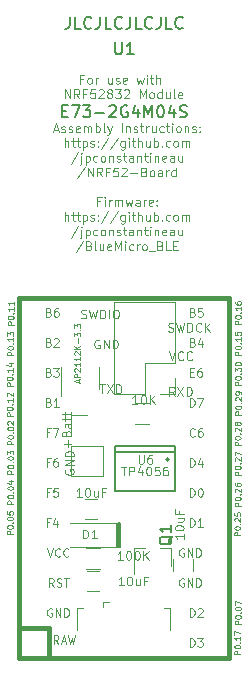
<source format=gbr>
G04 #@! TF.GenerationSoftware,KiCad,Pcbnew,(5.0.0)*
G04 #@! TF.CreationDate,2018-11-29T23:41:20-06:00*
G04 #@! TF.ProjectId,EByte_E73,45427974655F4537332E6B696361645F,rev?*
G04 #@! TF.SameCoordinates,Original*
G04 #@! TF.FileFunction,Legend,Top*
G04 #@! TF.FilePolarity,Positive*
%FSLAX46Y46*%
G04 Gerber Fmt 4.6, Leading zero omitted, Abs format (unit mm)*
G04 Created by KiCad (PCBNEW (5.0.0)) date 11/29/18 23:41:20*
%MOMM*%
%LPD*%
G01*
G04 APERTURE LIST*
%ADD10C,0.200000*%
%ADD11C,0.125000*%
%ADD12C,0.100000*%
%ADD13C,0.381000*%
%ADD14C,0.120000*%
%ADD15C,0.150000*%
G04 APERTURE END LIST*
D10*
X108839000Y-141986000D02*
X108712000Y-141986000D01*
X108839000Y-144018000D02*
X108839000Y-141986000D01*
X108712000Y-144018000D02*
X108839000Y-144018000D01*
X108712000Y-141986000D02*
X108712000Y-144018000D01*
D11*
X103273571Y-108685000D02*
X103630714Y-108685000D01*
X103202142Y-108899285D02*
X103452142Y-108149285D01*
X103702142Y-108899285D01*
X103916428Y-108863571D02*
X103987857Y-108899285D01*
X104130714Y-108899285D01*
X104202142Y-108863571D01*
X104237857Y-108792142D01*
X104237857Y-108756428D01*
X104202142Y-108685000D01*
X104130714Y-108649285D01*
X104023571Y-108649285D01*
X103952142Y-108613571D01*
X103916428Y-108542142D01*
X103916428Y-108506428D01*
X103952142Y-108435000D01*
X104023571Y-108399285D01*
X104130714Y-108399285D01*
X104202142Y-108435000D01*
X104523571Y-108863571D02*
X104595000Y-108899285D01*
X104737857Y-108899285D01*
X104809285Y-108863571D01*
X104845000Y-108792142D01*
X104845000Y-108756428D01*
X104809285Y-108685000D01*
X104737857Y-108649285D01*
X104630714Y-108649285D01*
X104559285Y-108613571D01*
X104523571Y-108542142D01*
X104523571Y-108506428D01*
X104559285Y-108435000D01*
X104630714Y-108399285D01*
X104737857Y-108399285D01*
X104809285Y-108435000D01*
X105452142Y-108863571D02*
X105380714Y-108899285D01*
X105237857Y-108899285D01*
X105166428Y-108863571D01*
X105130714Y-108792142D01*
X105130714Y-108506428D01*
X105166428Y-108435000D01*
X105237857Y-108399285D01*
X105380714Y-108399285D01*
X105452142Y-108435000D01*
X105487857Y-108506428D01*
X105487857Y-108577857D01*
X105130714Y-108649285D01*
X105809285Y-108899285D02*
X105809285Y-108399285D01*
X105809285Y-108470714D02*
X105845000Y-108435000D01*
X105916428Y-108399285D01*
X106023571Y-108399285D01*
X106095000Y-108435000D01*
X106130714Y-108506428D01*
X106130714Y-108899285D01*
X106130714Y-108506428D02*
X106166428Y-108435000D01*
X106237857Y-108399285D01*
X106345000Y-108399285D01*
X106416428Y-108435000D01*
X106452142Y-108506428D01*
X106452142Y-108899285D01*
X106809285Y-108899285D02*
X106809285Y-108149285D01*
X106809285Y-108435000D02*
X106880714Y-108399285D01*
X107023571Y-108399285D01*
X107095000Y-108435000D01*
X107130714Y-108470714D01*
X107166428Y-108542142D01*
X107166428Y-108756428D01*
X107130714Y-108827857D01*
X107095000Y-108863571D01*
X107023571Y-108899285D01*
X106880714Y-108899285D01*
X106809285Y-108863571D01*
X107595000Y-108899285D02*
X107523571Y-108863571D01*
X107487857Y-108792142D01*
X107487857Y-108149285D01*
X107809285Y-108399285D02*
X107987857Y-108899285D01*
X108166428Y-108399285D02*
X107987857Y-108899285D01*
X107916428Y-109077857D01*
X107880714Y-109113571D01*
X107809285Y-109149285D01*
X109023571Y-108899285D02*
X109023571Y-108149285D01*
X109380714Y-108399285D02*
X109380714Y-108899285D01*
X109380714Y-108470714D02*
X109416428Y-108435000D01*
X109487857Y-108399285D01*
X109595000Y-108399285D01*
X109666428Y-108435000D01*
X109702142Y-108506428D01*
X109702142Y-108899285D01*
X110023571Y-108863571D02*
X110095000Y-108899285D01*
X110237857Y-108899285D01*
X110309285Y-108863571D01*
X110345000Y-108792142D01*
X110345000Y-108756428D01*
X110309285Y-108685000D01*
X110237857Y-108649285D01*
X110130714Y-108649285D01*
X110059285Y-108613571D01*
X110023571Y-108542142D01*
X110023571Y-108506428D01*
X110059285Y-108435000D01*
X110130714Y-108399285D01*
X110237857Y-108399285D01*
X110309285Y-108435000D01*
X110559285Y-108399285D02*
X110845000Y-108399285D01*
X110666428Y-108149285D02*
X110666428Y-108792142D01*
X110702142Y-108863571D01*
X110773571Y-108899285D01*
X110845000Y-108899285D01*
X111095000Y-108899285D02*
X111095000Y-108399285D01*
X111095000Y-108542142D02*
X111130714Y-108470714D01*
X111166428Y-108435000D01*
X111237857Y-108399285D01*
X111309285Y-108399285D01*
X111880714Y-108399285D02*
X111880714Y-108899285D01*
X111559285Y-108399285D02*
X111559285Y-108792142D01*
X111595000Y-108863571D01*
X111666428Y-108899285D01*
X111773571Y-108899285D01*
X111845000Y-108863571D01*
X111880714Y-108827857D01*
X112559285Y-108863571D02*
X112487857Y-108899285D01*
X112345000Y-108899285D01*
X112273571Y-108863571D01*
X112237857Y-108827857D01*
X112202142Y-108756428D01*
X112202142Y-108542142D01*
X112237857Y-108470714D01*
X112273571Y-108435000D01*
X112345000Y-108399285D01*
X112487857Y-108399285D01*
X112559285Y-108435000D01*
X112773571Y-108399285D02*
X113059285Y-108399285D01*
X112880714Y-108149285D02*
X112880714Y-108792142D01*
X112916428Y-108863571D01*
X112987857Y-108899285D01*
X113059285Y-108899285D01*
X113309285Y-108899285D02*
X113309285Y-108399285D01*
X113309285Y-108149285D02*
X113273571Y-108185000D01*
X113309285Y-108220714D01*
X113345000Y-108185000D01*
X113309285Y-108149285D01*
X113309285Y-108220714D01*
X113773571Y-108899285D02*
X113702142Y-108863571D01*
X113666428Y-108827857D01*
X113630714Y-108756428D01*
X113630714Y-108542142D01*
X113666428Y-108470714D01*
X113702142Y-108435000D01*
X113773571Y-108399285D01*
X113880714Y-108399285D01*
X113952142Y-108435000D01*
X113987857Y-108470714D01*
X114023571Y-108542142D01*
X114023571Y-108756428D01*
X113987857Y-108827857D01*
X113952142Y-108863571D01*
X113880714Y-108899285D01*
X113773571Y-108899285D01*
X114345000Y-108399285D02*
X114345000Y-108899285D01*
X114345000Y-108470714D02*
X114380714Y-108435000D01*
X114452142Y-108399285D01*
X114559285Y-108399285D01*
X114630714Y-108435000D01*
X114666428Y-108506428D01*
X114666428Y-108899285D01*
X114987857Y-108863571D02*
X115059285Y-108899285D01*
X115202142Y-108899285D01*
X115273571Y-108863571D01*
X115309285Y-108792142D01*
X115309285Y-108756428D01*
X115273571Y-108685000D01*
X115202142Y-108649285D01*
X115095000Y-108649285D01*
X115023571Y-108613571D01*
X114987857Y-108542142D01*
X114987857Y-108506428D01*
X115023571Y-108435000D01*
X115095000Y-108399285D01*
X115202142Y-108399285D01*
X115273571Y-108435000D01*
X115630714Y-108827857D02*
X115666428Y-108863571D01*
X115630714Y-108899285D01*
X115595000Y-108863571D01*
X115630714Y-108827857D01*
X115630714Y-108899285D01*
X115630714Y-108435000D02*
X115666428Y-108470714D01*
X115630714Y-108506428D01*
X115595000Y-108470714D01*
X115630714Y-108435000D01*
X115630714Y-108506428D01*
X104184285Y-110149285D02*
X104184285Y-109399285D01*
X104505714Y-110149285D02*
X104505714Y-109756428D01*
X104470000Y-109685000D01*
X104398571Y-109649285D01*
X104291428Y-109649285D01*
X104220000Y-109685000D01*
X104184285Y-109720714D01*
X104755714Y-109649285D02*
X105041428Y-109649285D01*
X104862857Y-109399285D02*
X104862857Y-110042142D01*
X104898571Y-110113571D01*
X104970000Y-110149285D01*
X105041428Y-110149285D01*
X105184285Y-109649285D02*
X105470000Y-109649285D01*
X105291428Y-109399285D02*
X105291428Y-110042142D01*
X105327142Y-110113571D01*
X105398571Y-110149285D01*
X105470000Y-110149285D01*
X105720000Y-109649285D02*
X105720000Y-110399285D01*
X105720000Y-109685000D02*
X105791428Y-109649285D01*
X105934285Y-109649285D01*
X106005714Y-109685000D01*
X106041428Y-109720714D01*
X106077142Y-109792142D01*
X106077142Y-110006428D01*
X106041428Y-110077857D01*
X106005714Y-110113571D01*
X105934285Y-110149285D01*
X105791428Y-110149285D01*
X105720000Y-110113571D01*
X106362857Y-110113571D02*
X106434285Y-110149285D01*
X106577142Y-110149285D01*
X106648571Y-110113571D01*
X106684285Y-110042142D01*
X106684285Y-110006428D01*
X106648571Y-109935000D01*
X106577142Y-109899285D01*
X106470000Y-109899285D01*
X106398571Y-109863571D01*
X106362857Y-109792142D01*
X106362857Y-109756428D01*
X106398571Y-109685000D01*
X106470000Y-109649285D01*
X106577142Y-109649285D01*
X106648571Y-109685000D01*
X107005714Y-110077857D02*
X107041428Y-110113571D01*
X107005714Y-110149285D01*
X106970000Y-110113571D01*
X107005714Y-110077857D01*
X107005714Y-110149285D01*
X107005714Y-109685000D02*
X107041428Y-109720714D01*
X107005714Y-109756428D01*
X106970000Y-109720714D01*
X107005714Y-109685000D01*
X107005714Y-109756428D01*
X107898571Y-109363571D02*
X107255714Y-110327857D01*
X108684285Y-109363571D02*
X108041428Y-110327857D01*
X109255714Y-109649285D02*
X109255714Y-110256428D01*
X109220000Y-110327857D01*
X109184285Y-110363571D01*
X109112857Y-110399285D01*
X109005714Y-110399285D01*
X108934285Y-110363571D01*
X109255714Y-110113571D02*
X109184285Y-110149285D01*
X109041428Y-110149285D01*
X108970000Y-110113571D01*
X108934285Y-110077857D01*
X108898571Y-110006428D01*
X108898571Y-109792142D01*
X108934285Y-109720714D01*
X108970000Y-109685000D01*
X109041428Y-109649285D01*
X109184285Y-109649285D01*
X109255714Y-109685000D01*
X109612857Y-110149285D02*
X109612857Y-109649285D01*
X109612857Y-109399285D02*
X109577142Y-109435000D01*
X109612857Y-109470714D01*
X109648571Y-109435000D01*
X109612857Y-109399285D01*
X109612857Y-109470714D01*
X109862857Y-109649285D02*
X110148571Y-109649285D01*
X109970000Y-109399285D02*
X109970000Y-110042142D01*
X110005714Y-110113571D01*
X110077142Y-110149285D01*
X110148571Y-110149285D01*
X110398571Y-110149285D02*
X110398571Y-109399285D01*
X110720000Y-110149285D02*
X110720000Y-109756428D01*
X110684285Y-109685000D01*
X110612857Y-109649285D01*
X110505714Y-109649285D01*
X110434285Y-109685000D01*
X110398571Y-109720714D01*
X111398571Y-109649285D02*
X111398571Y-110149285D01*
X111077142Y-109649285D02*
X111077142Y-110042142D01*
X111112857Y-110113571D01*
X111184285Y-110149285D01*
X111291428Y-110149285D01*
X111362857Y-110113571D01*
X111398571Y-110077857D01*
X111755714Y-110149285D02*
X111755714Y-109399285D01*
X111755714Y-109685000D02*
X111827142Y-109649285D01*
X111970000Y-109649285D01*
X112041428Y-109685000D01*
X112077142Y-109720714D01*
X112112857Y-109792142D01*
X112112857Y-110006428D01*
X112077142Y-110077857D01*
X112041428Y-110113571D01*
X111970000Y-110149285D01*
X111827142Y-110149285D01*
X111755714Y-110113571D01*
X112434285Y-110077857D02*
X112470000Y-110113571D01*
X112434285Y-110149285D01*
X112398571Y-110113571D01*
X112434285Y-110077857D01*
X112434285Y-110149285D01*
X113112857Y-110113571D02*
X113041428Y-110149285D01*
X112898571Y-110149285D01*
X112827142Y-110113571D01*
X112791428Y-110077857D01*
X112755714Y-110006428D01*
X112755714Y-109792142D01*
X112791428Y-109720714D01*
X112827142Y-109685000D01*
X112898571Y-109649285D01*
X113041428Y-109649285D01*
X113112857Y-109685000D01*
X113541428Y-110149285D02*
X113470000Y-110113571D01*
X113434285Y-110077857D01*
X113398571Y-110006428D01*
X113398571Y-109792142D01*
X113434285Y-109720714D01*
X113470000Y-109685000D01*
X113541428Y-109649285D01*
X113648571Y-109649285D01*
X113720000Y-109685000D01*
X113755714Y-109720714D01*
X113791428Y-109792142D01*
X113791428Y-110006428D01*
X113755714Y-110077857D01*
X113720000Y-110113571D01*
X113648571Y-110149285D01*
X113541428Y-110149285D01*
X114112857Y-110149285D02*
X114112857Y-109649285D01*
X114112857Y-109720714D02*
X114148571Y-109685000D01*
X114220000Y-109649285D01*
X114327142Y-109649285D01*
X114398571Y-109685000D01*
X114434285Y-109756428D01*
X114434285Y-110149285D01*
X114434285Y-109756428D02*
X114470000Y-109685000D01*
X114541428Y-109649285D01*
X114648571Y-109649285D01*
X114720000Y-109685000D01*
X114755714Y-109756428D01*
X114755714Y-110149285D01*
X105345000Y-110613571D02*
X104702142Y-111577857D01*
X105595000Y-110899285D02*
X105595000Y-111542142D01*
X105559285Y-111613571D01*
X105487857Y-111649285D01*
X105452142Y-111649285D01*
X105595000Y-110649285D02*
X105559285Y-110685000D01*
X105595000Y-110720714D01*
X105630714Y-110685000D01*
X105595000Y-110649285D01*
X105595000Y-110720714D01*
X105952142Y-110899285D02*
X105952142Y-111649285D01*
X105952142Y-110935000D02*
X106023571Y-110899285D01*
X106166428Y-110899285D01*
X106237857Y-110935000D01*
X106273571Y-110970714D01*
X106309285Y-111042142D01*
X106309285Y-111256428D01*
X106273571Y-111327857D01*
X106237857Y-111363571D01*
X106166428Y-111399285D01*
X106023571Y-111399285D01*
X105952142Y-111363571D01*
X106952142Y-111363571D02*
X106880714Y-111399285D01*
X106737857Y-111399285D01*
X106666428Y-111363571D01*
X106630714Y-111327857D01*
X106595000Y-111256428D01*
X106595000Y-111042142D01*
X106630714Y-110970714D01*
X106666428Y-110935000D01*
X106737857Y-110899285D01*
X106880714Y-110899285D01*
X106952142Y-110935000D01*
X107380714Y-111399285D02*
X107309285Y-111363571D01*
X107273571Y-111327857D01*
X107237857Y-111256428D01*
X107237857Y-111042142D01*
X107273571Y-110970714D01*
X107309285Y-110935000D01*
X107380714Y-110899285D01*
X107487857Y-110899285D01*
X107559285Y-110935000D01*
X107595000Y-110970714D01*
X107630714Y-111042142D01*
X107630714Y-111256428D01*
X107595000Y-111327857D01*
X107559285Y-111363571D01*
X107487857Y-111399285D01*
X107380714Y-111399285D01*
X107952142Y-110899285D02*
X107952142Y-111399285D01*
X107952142Y-110970714D02*
X107987857Y-110935000D01*
X108059285Y-110899285D01*
X108166428Y-110899285D01*
X108237857Y-110935000D01*
X108273571Y-111006428D01*
X108273571Y-111399285D01*
X108595000Y-111363571D02*
X108666428Y-111399285D01*
X108809285Y-111399285D01*
X108880714Y-111363571D01*
X108916428Y-111292142D01*
X108916428Y-111256428D01*
X108880714Y-111185000D01*
X108809285Y-111149285D01*
X108702142Y-111149285D01*
X108630714Y-111113571D01*
X108595000Y-111042142D01*
X108595000Y-111006428D01*
X108630714Y-110935000D01*
X108702142Y-110899285D01*
X108809285Y-110899285D01*
X108880714Y-110935000D01*
X109130714Y-110899285D02*
X109416428Y-110899285D01*
X109237857Y-110649285D02*
X109237857Y-111292142D01*
X109273571Y-111363571D01*
X109345000Y-111399285D01*
X109416428Y-111399285D01*
X109987857Y-111399285D02*
X109987857Y-111006428D01*
X109952142Y-110935000D01*
X109880714Y-110899285D01*
X109737857Y-110899285D01*
X109666428Y-110935000D01*
X109987857Y-111363571D02*
X109916428Y-111399285D01*
X109737857Y-111399285D01*
X109666428Y-111363571D01*
X109630714Y-111292142D01*
X109630714Y-111220714D01*
X109666428Y-111149285D01*
X109737857Y-111113571D01*
X109916428Y-111113571D01*
X109987857Y-111077857D01*
X110345000Y-110899285D02*
X110345000Y-111399285D01*
X110345000Y-110970714D02*
X110380714Y-110935000D01*
X110452142Y-110899285D01*
X110559285Y-110899285D01*
X110630714Y-110935000D01*
X110666428Y-111006428D01*
X110666428Y-111399285D01*
X110916428Y-110899285D02*
X111202142Y-110899285D01*
X111023571Y-110649285D02*
X111023571Y-111292142D01*
X111059285Y-111363571D01*
X111130714Y-111399285D01*
X111202142Y-111399285D01*
X111452142Y-111399285D02*
X111452142Y-110899285D01*
X111452142Y-110649285D02*
X111416428Y-110685000D01*
X111452142Y-110720714D01*
X111487857Y-110685000D01*
X111452142Y-110649285D01*
X111452142Y-110720714D01*
X111809285Y-110899285D02*
X111809285Y-111399285D01*
X111809285Y-110970714D02*
X111845000Y-110935000D01*
X111916428Y-110899285D01*
X112023571Y-110899285D01*
X112095000Y-110935000D01*
X112130714Y-111006428D01*
X112130714Y-111399285D01*
X112773571Y-111363571D02*
X112702142Y-111399285D01*
X112559285Y-111399285D01*
X112487857Y-111363571D01*
X112452142Y-111292142D01*
X112452142Y-111006428D01*
X112487857Y-110935000D01*
X112559285Y-110899285D01*
X112702142Y-110899285D01*
X112773571Y-110935000D01*
X112809285Y-111006428D01*
X112809285Y-111077857D01*
X112452142Y-111149285D01*
X113452142Y-111399285D02*
X113452142Y-111006428D01*
X113416428Y-110935000D01*
X113345000Y-110899285D01*
X113202142Y-110899285D01*
X113130714Y-110935000D01*
X113452142Y-111363571D02*
X113380714Y-111399285D01*
X113202142Y-111399285D01*
X113130714Y-111363571D01*
X113095000Y-111292142D01*
X113095000Y-111220714D01*
X113130714Y-111149285D01*
X113202142Y-111113571D01*
X113380714Y-111113571D01*
X113452142Y-111077857D01*
X114130714Y-110899285D02*
X114130714Y-111399285D01*
X113809285Y-110899285D02*
X113809285Y-111292142D01*
X113845000Y-111363571D01*
X113916428Y-111399285D01*
X114023571Y-111399285D01*
X114095000Y-111363571D01*
X114130714Y-111327857D01*
X105898571Y-111863571D02*
X105255714Y-112827857D01*
X106148571Y-112649285D02*
X106148571Y-111899285D01*
X106577142Y-112649285D01*
X106577142Y-111899285D01*
X107362857Y-112649285D02*
X107112857Y-112292142D01*
X106934285Y-112649285D02*
X106934285Y-111899285D01*
X107220000Y-111899285D01*
X107291428Y-111935000D01*
X107327142Y-111970714D01*
X107362857Y-112042142D01*
X107362857Y-112149285D01*
X107327142Y-112220714D01*
X107291428Y-112256428D01*
X107220000Y-112292142D01*
X106934285Y-112292142D01*
X107934285Y-112256428D02*
X107684285Y-112256428D01*
X107684285Y-112649285D02*
X107684285Y-111899285D01*
X108041428Y-111899285D01*
X108684285Y-111899285D02*
X108327142Y-111899285D01*
X108291428Y-112256428D01*
X108327142Y-112220714D01*
X108398571Y-112185000D01*
X108577142Y-112185000D01*
X108648571Y-112220714D01*
X108684285Y-112256428D01*
X108720000Y-112327857D01*
X108720000Y-112506428D01*
X108684285Y-112577857D01*
X108648571Y-112613571D01*
X108577142Y-112649285D01*
X108398571Y-112649285D01*
X108327142Y-112613571D01*
X108291428Y-112577857D01*
X109005714Y-111970714D02*
X109041428Y-111935000D01*
X109112857Y-111899285D01*
X109291428Y-111899285D01*
X109362857Y-111935000D01*
X109398571Y-111970714D01*
X109434285Y-112042142D01*
X109434285Y-112113571D01*
X109398571Y-112220714D01*
X108970000Y-112649285D01*
X109434285Y-112649285D01*
X109755714Y-112363571D02*
X110327142Y-112363571D01*
X110934285Y-112256428D02*
X111041428Y-112292142D01*
X111077142Y-112327857D01*
X111112857Y-112399285D01*
X111112857Y-112506428D01*
X111077142Y-112577857D01*
X111041428Y-112613571D01*
X110970000Y-112649285D01*
X110684285Y-112649285D01*
X110684285Y-111899285D01*
X110934285Y-111899285D01*
X111005714Y-111935000D01*
X111041428Y-111970714D01*
X111077142Y-112042142D01*
X111077142Y-112113571D01*
X111041428Y-112185000D01*
X111005714Y-112220714D01*
X110934285Y-112256428D01*
X110684285Y-112256428D01*
X111541428Y-112649285D02*
X111470000Y-112613571D01*
X111434285Y-112577857D01*
X111398571Y-112506428D01*
X111398571Y-112292142D01*
X111434285Y-112220714D01*
X111470000Y-112185000D01*
X111541428Y-112149285D01*
X111648571Y-112149285D01*
X111720000Y-112185000D01*
X111755714Y-112220714D01*
X111791428Y-112292142D01*
X111791428Y-112506428D01*
X111755714Y-112577857D01*
X111720000Y-112613571D01*
X111648571Y-112649285D01*
X111541428Y-112649285D01*
X112434285Y-112649285D02*
X112434285Y-112256428D01*
X112398571Y-112185000D01*
X112327142Y-112149285D01*
X112184285Y-112149285D01*
X112112857Y-112185000D01*
X112434285Y-112613571D02*
X112362857Y-112649285D01*
X112184285Y-112649285D01*
X112112857Y-112613571D01*
X112077142Y-112542142D01*
X112077142Y-112470714D01*
X112112857Y-112399285D01*
X112184285Y-112363571D01*
X112362857Y-112363571D01*
X112434285Y-112327857D01*
X112791428Y-112649285D02*
X112791428Y-112149285D01*
X112791428Y-112292142D02*
X112827142Y-112220714D01*
X112862857Y-112185000D01*
X112934285Y-112149285D01*
X113005714Y-112149285D01*
X113577142Y-112649285D02*
X113577142Y-111899285D01*
X113577142Y-112613571D02*
X113505714Y-112649285D01*
X113362857Y-112649285D01*
X113291428Y-112613571D01*
X113255714Y-112577857D01*
X113220000Y-112506428D01*
X113220000Y-112292142D01*
X113255714Y-112220714D01*
X113291428Y-112185000D01*
X113362857Y-112149285D01*
X113505714Y-112149285D01*
X113577142Y-112185000D01*
X107202142Y-114756428D02*
X106952142Y-114756428D01*
X106952142Y-115149285D02*
X106952142Y-114399285D01*
X107309285Y-114399285D01*
X107595000Y-115149285D02*
X107595000Y-114649285D01*
X107595000Y-114399285D02*
X107559285Y-114435000D01*
X107595000Y-114470714D01*
X107630714Y-114435000D01*
X107595000Y-114399285D01*
X107595000Y-114470714D01*
X107952142Y-115149285D02*
X107952142Y-114649285D01*
X107952142Y-114792142D02*
X107987857Y-114720714D01*
X108023571Y-114685000D01*
X108095000Y-114649285D01*
X108166428Y-114649285D01*
X108416428Y-115149285D02*
X108416428Y-114649285D01*
X108416428Y-114720714D02*
X108452142Y-114685000D01*
X108523571Y-114649285D01*
X108630714Y-114649285D01*
X108702142Y-114685000D01*
X108737857Y-114756428D01*
X108737857Y-115149285D01*
X108737857Y-114756428D02*
X108773571Y-114685000D01*
X108845000Y-114649285D01*
X108952142Y-114649285D01*
X109023571Y-114685000D01*
X109059285Y-114756428D01*
X109059285Y-115149285D01*
X109345000Y-114649285D02*
X109487857Y-115149285D01*
X109630714Y-114792142D01*
X109773571Y-115149285D01*
X109916428Y-114649285D01*
X110523571Y-115149285D02*
X110523571Y-114756428D01*
X110487857Y-114685000D01*
X110416428Y-114649285D01*
X110273571Y-114649285D01*
X110202142Y-114685000D01*
X110523571Y-115113571D02*
X110452142Y-115149285D01*
X110273571Y-115149285D01*
X110202142Y-115113571D01*
X110166428Y-115042142D01*
X110166428Y-114970714D01*
X110202142Y-114899285D01*
X110273571Y-114863571D01*
X110452142Y-114863571D01*
X110523571Y-114827857D01*
X110880714Y-115149285D02*
X110880714Y-114649285D01*
X110880714Y-114792142D02*
X110916428Y-114720714D01*
X110952142Y-114685000D01*
X111023571Y-114649285D01*
X111095000Y-114649285D01*
X111630714Y-115113571D02*
X111559285Y-115149285D01*
X111416428Y-115149285D01*
X111345000Y-115113571D01*
X111309285Y-115042142D01*
X111309285Y-114756428D01*
X111345000Y-114685000D01*
X111416428Y-114649285D01*
X111559285Y-114649285D01*
X111630714Y-114685000D01*
X111666428Y-114756428D01*
X111666428Y-114827857D01*
X111309285Y-114899285D01*
X111987857Y-115077857D02*
X112023571Y-115113571D01*
X111987857Y-115149285D01*
X111952142Y-115113571D01*
X111987857Y-115077857D01*
X111987857Y-115149285D01*
X111987857Y-114685000D02*
X112023571Y-114720714D01*
X111987857Y-114756428D01*
X111952142Y-114720714D01*
X111987857Y-114685000D01*
X111987857Y-114756428D01*
X104184285Y-116399285D02*
X104184285Y-115649285D01*
X104505714Y-116399285D02*
X104505714Y-116006428D01*
X104470000Y-115935000D01*
X104398571Y-115899285D01*
X104291428Y-115899285D01*
X104220000Y-115935000D01*
X104184285Y-115970714D01*
X104755714Y-115899285D02*
X105041428Y-115899285D01*
X104862857Y-115649285D02*
X104862857Y-116292142D01*
X104898571Y-116363571D01*
X104970000Y-116399285D01*
X105041428Y-116399285D01*
X105184285Y-115899285D02*
X105470000Y-115899285D01*
X105291428Y-115649285D02*
X105291428Y-116292142D01*
X105327142Y-116363571D01*
X105398571Y-116399285D01*
X105470000Y-116399285D01*
X105720000Y-115899285D02*
X105720000Y-116649285D01*
X105720000Y-115935000D02*
X105791428Y-115899285D01*
X105934285Y-115899285D01*
X106005714Y-115935000D01*
X106041428Y-115970714D01*
X106077142Y-116042142D01*
X106077142Y-116256428D01*
X106041428Y-116327857D01*
X106005714Y-116363571D01*
X105934285Y-116399285D01*
X105791428Y-116399285D01*
X105720000Y-116363571D01*
X106362857Y-116363571D02*
X106434285Y-116399285D01*
X106577142Y-116399285D01*
X106648571Y-116363571D01*
X106684285Y-116292142D01*
X106684285Y-116256428D01*
X106648571Y-116185000D01*
X106577142Y-116149285D01*
X106470000Y-116149285D01*
X106398571Y-116113571D01*
X106362857Y-116042142D01*
X106362857Y-116006428D01*
X106398571Y-115935000D01*
X106470000Y-115899285D01*
X106577142Y-115899285D01*
X106648571Y-115935000D01*
X107005714Y-116327857D02*
X107041428Y-116363571D01*
X107005714Y-116399285D01*
X106970000Y-116363571D01*
X107005714Y-116327857D01*
X107005714Y-116399285D01*
X107005714Y-115935000D02*
X107041428Y-115970714D01*
X107005714Y-116006428D01*
X106970000Y-115970714D01*
X107005714Y-115935000D01*
X107005714Y-116006428D01*
X107898571Y-115613571D02*
X107255714Y-116577857D01*
X108684285Y-115613571D02*
X108041428Y-116577857D01*
X109255714Y-115899285D02*
X109255714Y-116506428D01*
X109220000Y-116577857D01*
X109184285Y-116613571D01*
X109112857Y-116649285D01*
X109005714Y-116649285D01*
X108934285Y-116613571D01*
X109255714Y-116363571D02*
X109184285Y-116399285D01*
X109041428Y-116399285D01*
X108970000Y-116363571D01*
X108934285Y-116327857D01*
X108898571Y-116256428D01*
X108898571Y-116042142D01*
X108934285Y-115970714D01*
X108970000Y-115935000D01*
X109041428Y-115899285D01*
X109184285Y-115899285D01*
X109255714Y-115935000D01*
X109612857Y-116399285D02*
X109612857Y-115899285D01*
X109612857Y-115649285D02*
X109577142Y-115685000D01*
X109612857Y-115720714D01*
X109648571Y-115685000D01*
X109612857Y-115649285D01*
X109612857Y-115720714D01*
X109862857Y-115899285D02*
X110148571Y-115899285D01*
X109970000Y-115649285D02*
X109970000Y-116292142D01*
X110005714Y-116363571D01*
X110077142Y-116399285D01*
X110148571Y-116399285D01*
X110398571Y-116399285D02*
X110398571Y-115649285D01*
X110720000Y-116399285D02*
X110720000Y-116006428D01*
X110684285Y-115935000D01*
X110612857Y-115899285D01*
X110505714Y-115899285D01*
X110434285Y-115935000D01*
X110398571Y-115970714D01*
X111398571Y-115899285D02*
X111398571Y-116399285D01*
X111077142Y-115899285D02*
X111077142Y-116292142D01*
X111112857Y-116363571D01*
X111184285Y-116399285D01*
X111291428Y-116399285D01*
X111362857Y-116363571D01*
X111398571Y-116327857D01*
X111755714Y-116399285D02*
X111755714Y-115649285D01*
X111755714Y-115935000D02*
X111827142Y-115899285D01*
X111970000Y-115899285D01*
X112041428Y-115935000D01*
X112077142Y-115970714D01*
X112112857Y-116042142D01*
X112112857Y-116256428D01*
X112077142Y-116327857D01*
X112041428Y-116363571D01*
X111970000Y-116399285D01*
X111827142Y-116399285D01*
X111755714Y-116363571D01*
X112434285Y-116327857D02*
X112470000Y-116363571D01*
X112434285Y-116399285D01*
X112398571Y-116363571D01*
X112434285Y-116327857D01*
X112434285Y-116399285D01*
X113112857Y-116363571D02*
X113041428Y-116399285D01*
X112898571Y-116399285D01*
X112827142Y-116363571D01*
X112791428Y-116327857D01*
X112755714Y-116256428D01*
X112755714Y-116042142D01*
X112791428Y-115970714D01*
X112827142Y-115935000D01*
X112898571Y-115899285D01*
X113041428Y-115899285D01*
X113112857Y-115935000D01*
X113541428Y-116399285D02*
X113470000Y-116363571D01*
X113434285Y-116327857D01*
X113398571Y-116256428D01*
X113398571Y-116042142D01*
X113434285Y-115970714D01*
X113470000Y-115935000D01*
X113541428Y-115899285D01*
X113648571Y-115899285D01*
X113720000Y-115935000D01*
X113755714Y-115970714D01*
X113791428Y-116042142D01*
X113791428Y-116256428D01*
X113755714Y-116327857D01*
X113720000Y-116363571D01*
X113648571Y-116399285D01*
X113541428Y-116399285D01*
X114112857Y-116399285D02*
X114112857Y-115899285D01*
X114112857Y-115970714D02*
X114148571Y-115935000D01*
X114220000Y-115899285D01*
X114327142Y-115899285D01*
X114398571Y-115935000D01*
X114434285Y-116006428D01*
X114434285Y-116399285D01*
X114434285Y-116006428D02*
X114470000Y-115935000D01*
X114541428Y-115899285D01*
X114648571Y-115899285D01*
X114720000Y-115935000D01*
X114755714Y-116006428D01*
X114755714Y-116399285D01*
X105345000Y-116863571D02*
X104702142Y-117827857D01*
X105595000Y-117149285D02*
X105595000Y-117792142D01*
X105559285Y-117863571D01*
X105487857Y-117899285D01*
X105452142Y-117899285D01*
X105595000Y-116899285D02*
X105559285Y-116935000D01*
X105595000Y-116970714D01*
X105630714Y-116935000D01*
X105595000Y-116899285D01*
X105595000Y-116970714D01*
X105952142Y-117149285D02*
X105952142Y-117899285D01*
X105952142Y-117185000D02*
X106023571Y-117149285D01*
X106166428Y-117149285D01*
X106237857Y-117185000D01*
X106273571Y-117220714D01*
X106309285Y-117292142D01*
X106309285Y-117506428D01*
X106273571Y-117577857D01*
X106237857Y-117613571D01*
X106166428Y-117649285D01*
X106023571Y-117649285D01*
X105952142Y-117613571D01*
X106952142Y-117613571D02*
X106880714Y-117649285D01*
X106737857Y-117649285D01*
X106666428Y-117613571D01*
X106630714Y-117577857D01*
X106595000Y-117506428D01*
X106595000Y-117292142D01*
X106630714Y-117220714D01*
X106666428Y-117185000D01*
X106737857Y-117149285D01*
X106880714Y-117149285D01*
X106952142Y-117185000D01*
X107380714Y-117649285D02*
X107309285Y-117613571D01*
X107273571Y-117577857D01*
X107237857Y-117506428D01*
X107237857Y-117292142D01*
X107273571Y-117220714D01*
X107309285Y-117185000D01*
X107380714Y-117149285D01*
X107487857Y-117149285D01*
X107559285Y-117185000D01*
X107595000Y-117220714D01*
X107630714Y-117292142D01*
X107630714Y-117506428D01*
X107595000Y-117577857D01*
X107559285Y-117613571D01*
X107487857Y-117649285D01*
X107380714Y-117649285D01*
X107952142Y-117149285D02*
X107952142Y-117649285D01*
X107952142Y-117220714D02*
X107987857Y-117185000D01*
X108059285Y-117149285D01*
X108166428Y-117149285D01*
X108237857Y-117185000D01*
X108273571Y-117256428D01*
X108273571Y-117649285D01*
X108595000Y-117613571D02*
X108666428Y-117649285D01*
X108809285Y-117649285D01*
X108880714Y-117613571D01*
X108916428Y-117542142D01*
X108916428Y-117506428D01*
X108880714Y-117435000D01*
X108809285Y-117399285D01*
X108702142Y-117399285D01*
X108630714Y-117363571D01*
X108595000Y-117292142D01*
X108595000Y-117256428D01*
X108630714Y-117185000D01*
X108702142Y-117149285D01*
X108809285Y-117149285D01*
X108880714Y-117185000D01*
X109130714Y-117149285D02*
X109416428Y-117149285D01*
X109237857Y-116899285D02*
X109237857Y-117542142D01*
X109273571Y-117613571D01*
X109345000Y-117649285D01*
X109416428Y-117649285D01*
X109987857Y-117649285D02*
X109987857Y-117256428D01*
X109952142Y-117185000D01*
X109880714Y-117149285D01*
X109737857Y-117149285D01*
X109666428Y-117185000D01*
X109987857Y-117613571D02*
X109916428Y-117649285D01*
X109737857Y-117649285D01*
X109666428Y-117613571D01*
X109630714Y-117542142D01*
X109630714Y-117470714D01*
X109666428Y-117399285D01*
X109737857Y-117363571D01*
X109916428Y-117363571D01*
X109987857Y-117327857D01*
X110345000Y-117149285D02*
X110345000Y-117649285D01*
X110345000Y-117220714D02*
X110380714Y-117185000D01*
X110452142Y-117149285D01*
X110559285Y-117149285D01*
X110630714Y-117185000D01*
X110666428Y-117256428D01*
X110666428Y-117649285D01*
X110916428Y-117149285D02*
X111202142Y-117149285D01*
X111023571Y-116899285D02*
X111023571Y-117542142D01*
X111059285Y-117613571D01*
X111130714Y-117649285D01*
X111202142Y-117649285D01*
X111452142Y-117649285D02*
X111452142Y-117149285D01*
X111452142Y-116899285D02*
X111416428Y-116935000D01*
X111452142Y-116970714D01*
X111487857Y-116935000D01*
X111452142Y-116899285D01*
X111452142Y-116970714D01*
X111809285Y-117149285D02*
X111809285Y-117649285D01*
X111809285Y-117220714D02*
X111845000Y-117185000D01*
X111916428Y-117149285D01*
X112023571Y-117149285D01*
X112095000Y-117185000D01*
X112130714Y-117256428D01*
X112130714Y-117649285D01*
X112773571Y-117613571D02*
X112702142Y-117649285D01*
X112559285Y-117649285D01*
X112487857Y-117613571D01*
X112452142Y-117542142D01*
X112452142Y-117256428D01*
X112487857Y-117185000D01*
X112559285Y-117149285D01*
X112702142Y-117149285D01*
X112773571Y-117185000D01*
X112809285Y-117256428D01*
X112809285Y-117327857D01*
X112452142Y-117399285D01*
X113452142Y-117649285D02*
X113452142Y-117256428D01*
X113416428Y-117185000D01*
X113345000Y-117149285D01*
X113202142Y-117149285D01*
X113130714Y-117185000D01*
X113452142Y-117613571D02*
X113380714Y-117649285D01*
X113202142Y-117649285D01*
X113130714Y-117613571D01*
X113095000Y-117542142D01*
X113095000Y-117470714D01*
X113130714Y-117399285D01*
X113202142Y-117363571D01*
X113380714Y-117363571D01*
X113452142Y-117327857D01*
X114130714Y-117149285D02*
X114130714Y-117649285D01*
X113809285Y-117149285D02*
X113809285Y-117542142D01*
X113845000Y-117613571D01*
X113916428Y-117649285D01*
X114023571Y-117649285D01*
X114095000Y-117613571D01*
X114130714Y-117577857D01*
X105755714Y-118113571D02*
X105112857Y-119077857D01*
X106255714Y-118506428D02*
X106362857Y-118542142D01*
X106398571Y-118577857D01*
X106434285Y-118649285D01*
X106434285Y-118756428D01*
X106398571Y-118827857D01*
X106362857Y-118863571D01*
X106291428Y-118899285D01*
X106005714Y-118899285D01*
X106005714Y-118149285D01*
X106255714Y-118149285D01*
X106327142Y-118185000D01*
X106362857Y-118220714D01*
X106398571Y-118292142D01*
X106398571Y-118363571D01*
X106362857Y-118435000D01*
X106327142Y-118470714D01*
X106255714Y-118506428D01*
X106005714Y-118506428D01*
X106862857Y-118899285D02*
X106791428Y-118863571D01*
X106755714Y-118792142D01*
X106755714Y-118149285D01*
X107470000Y-118399285D02*
X107470000Y-118899285D01*
X107148571Y-118399285D02*
X107148571Y-118792142D01*
X107184285Y-118863571D01*
X107255714Y-118899285D01*
X107362857Y-118899285D01*
X107434285Y-118863571D01*
X107470000Y-118827857D01*
X108112857Y-118863571D02*
X108041428Y-118899285D01*
X107898571Y-118899285D01*
X107827142Y-118863571D01*
X107791428Y-118792142D01*
X107791428Y-118506428D01*
X107827142Y-118435000D01*
X107898571Y-118399285D01*
X108041428Y-118399285D01*
X108112857Y-118435000D01*
X108148571Y-118506428D01*
X108148571Y-118577857D01*
X107791428Y-118649285D01*
X108470000Y-118899285D02*
X108470000Y-118149285D01*
X108720000Y-118685000D01*
X108970000Y-118149285D01*
X108970000Y-118899285D01*
X109327142Y-118899285D02*
X109327142Y-118399285D01*
X109327142Y-118149285D02*
X109291428Y-118185000D01*
X109327142Y-118220714D01*
X109362857Y-118185000D01*
X109327142Y-118149285D01*
X109327142Y-118220714D01*
X110005714Y-118863571D02*
X109934285Y-118899285D01*
X109791428Y-118899285D01*
X109720000Y-118863571D01*
X109684285Y-118827857D01*
X109648571Y-118756428D01*
X109648571Y-118542142D01*
X109684285Y-118470714D01*
X109720000Y-118435000D01*
X109791428Y-118399285D01*
X109934285Y-118399285D01*
X110005714Y-118435000D01*
X110327142Y-118899285D02*
X110327142Y-118399285D01*
X110327142Y-118542142D02*
X110362857Y-118470714D01*
X110398571Y-118435000D01*
X110470000Y-118399285D01*
X110541428Y-118399285D01*
X110898571Y-118899285D02*
X110827142Y-118863571D01*
X110791428Y-118827857D01*
X110755714Y-118756428D01*
X110755714Y-118542142D01*
X110791428Y-118470714D01*
X110827142Y-118435000D01*
X110898571Y-118399285D01*
X111005714Y-118399285D01*
X111077142Y-118435000D01*
X111112857Y-118470714D01*
X111148571Y-118542142D01*
X111148571Y-118756428D01*
X111112857Y-118827857D01*
X111077142Y-118863571D01*
X111005714Y-118899285D01*
X110898571Y-118899285D01*
X111291428Y-118970714D02*
X111862857Y-118970714D01*
X112291428Y-118506428D02*
X112398571Y-118542142D01*
X112434285Y-118577857D01*
X112470000Y-118649285D01*
X112470000Y-118756428D01*
X112434285Y-118827857D01*
X112398571Y-118863571D01*
X112327142Y-118899285D01*
X112041428Y-118899285D01*
X112041428Y-118149285D01*
X112291428Y-118149285D01*
X112362857Y-118185000D01*
X112398571Y-118220714D01*
X112434285Y-118292142D01*
X112434285Y-118363571D01*
X112398571Y-118435000D01*
X112362857Y-118470714D01*
X112291428Y-118506428D01*
X112041428Y-118506428D01*
X113148571Y-118899285D02*
X112791428Y-118899285D01*
X112791428Y-118149285D01*
X113398571Y-118506428D02*
X113648571Y-118506428D01*
X113755714Y-118899285D02*
X113398571Y-118899285D01*
X113398571Y-118149285D01*
X113755714Y-118149285D01*
D12*
X105759285Y-104423928D02*
X105509285Y-104423928D01*
X105509285Y-104816785D02*
X105509285Y-104066785D01*
X105866428Y-104066785D01*
X106259285Y-104816785D02*
X106187857Y-104781071D01*
X106152142Y-104745357D01*
X106116428Y-104673928D01*
X106116428Y-104459642D01*
X106152142Y-104388214D01*
X106187857Y-104352500D01*
X106259285Y-104316785D01*
X106366428Y-104316785D01*
X106437857Y-104352500D01*
X106473571Y-104388214D01*
X106509285Y-104459642D01*
X106509285Y-104673928D01*
X106473571Y-104745357D01*
X106437857Y-104781071D01*
X106366428Y-104816785D01*
X106259285Y-104816785D01*
X106830714Y-104816785D02*
X106830714Y-104316785D01*
X106830714Y-104459642D02*
X106866428Y-104388214D01*
X106902142Y-104352500D01*
X106973571Y-104316785D01*
X107045000Y-104316785D01*
X108187857Y-104316785D02*
X108187857Y-104816785D01*
X107866428Y-104316785D02*
X107866428Y-104709642D01*
X107902142Y-104781071D01*
X107973571Y-104816785D01*
X108080714Y-104816785D01*
X108152142Y-104781071D01*
X108187857Y-104745357D01*
X108509285Y-104781071D02*
X108580714Y-104816785D01*
X108723571Y-104816785D01*
X108795000Y-104781071D01*
X108830714Y-104709642D01*
X108830714Y-104673928D01*
X108795000Y-104602500D01*
X108723571Y-104566785D01*
X108616428Y-104566785D01*
X108545000Y-104531071D01*
X108509285Y-104459642D01*
X108509285Y-104423928D01*
X108545000Y-104352500D01*
X108616428Y-104316785D01*
X108723571Y-104316785D01*
X108795000Y-104352500D01*
X109437857Y-104781071D02*
X109366428Y-104816785D01*
X109223571Y-104816785D01*
X109152142Y-104781071D01*
X109116428Y-104709642D01*
X109116428Y-104423928D01*
X109152142Y-104352500D01*
X109223571Y-104316785D01*
X109366428Y-104316785D01*
X109437857Y-104352500D01*
X109473571Y-104423928D01*
X109473571Y-104495357D01*
X109116428Y-104566785D01*
X110295000Y-104316785D02*
X110437857Y-104816785D01*
X110580714Y-104459642D01*
X110723571Y-104816785D01*
X110866428Y-104316785D01*
X111152142Y-104816785D02*
X111152142Y-104316785D01*
X111152142Y-104066785D02*
X111116428Y-104102500D01*
X111152142Y-104138214D01*
X111187857Y-104102500D01*
X111152142Y-104066785D01*
X111152142Y-104138214D01*
X111402142Y-104316785D02*
X111687857Y-104316785D01*
X111509285Y-104066785D02*
X111509285Y-104709642D01*
X111545000Y-104781071D01*
X111616428Y-104816785D01*
X111687857Y-104816785D01*
X111937857Y-104816785D02*
X111937857Y-104066785D01*
X112259285Y-104816785D02*
X112259285Y-104423928D01*
X112223571Y-104352500D01*
X112152142Y-104316785D01*
X112045000Y-104316785D01*
X111973571Y-104352500D01*
X111937857Y-104388214D01*
X104223571Y-106041785D02*
X104223571Y-105291785D01*
X104652142Y-106041785D01*
X104652142Y-105291785D01*
X105437857Y-106041785D02*
X105187857Y-105684642D01*
X105009285Y-106041785D02*
X105009285Y-105291785D01*
X105295000Y-105291785D01*
X105366428Y-105327500D01*
X105402142Y-105363214D01*
X105437857Y-105434642D01*
X105437857Y-105541785D01*
X105402142Y-105613214D01*
X105366428Y-105648928D01*
X105295000Y-105684642D01*
X105009285Y-105684642D01*
X106009285Y-105648928D02*
X105759285Y-105648928D01*
X105759285Y-106041785D02*
X105759285Y-105291785D01*
X106116428Y-105291785D01*
X106759285Y-105291785D02*
X106402142Y-105291785D01*
X106366428Y-105648928D01*
X106402142Y-105613214D01*
X106473571Y-105577500D01*
X106652142Y-105577500D01*
X106723571Y-105613214D01*
X106759285Y-105648928D01*
X106795000Y-105720357D01*
X106795000Y-105898928D01*
X106759285Y-105970357D01*
X106723571Y-106006071D01*
X106652142Y-106041785D01*
X106473571Y-106041785D01*
X106402142Y-106006071D01*
X106366428Y-105970357D01*
X107080714Y-105363214D02*
X107116428Y-105327500D01*
X107187857Y-105291785D01*
X107366428Y-105291785D01*
X107437857Y-105327500D01*
X107473571Y-105363214D01*
X107509285Y-105434642D01*
X107509285Y-105506071D01*
X107473571Y-105613214D01*
X107045000Y-106041785D01*
X107509285Y-106041785D01*
X107937857Y-105613214D02*
X107866428Y-105577500D01*
X107830714Y-105541785D01*
X107795000Y-105470357D01*
X107795000Y-105434642D01*
X107830714Y-105363214D01*
X107866428Y-105327500D01*
X107937857Y-105291785D01*
X108080714Y-105291785D01*
X108152142Y-105327500D01*
X108187857Y-105363214D01*
X108223571Y-105434642D01*
X108223571Y-105470357D01*
X108187857Y-105541785D01*
X108152142Y-105577500D01*
X108080714Y-105613214D01*
X107937857Y-105613214D01*
X107866428Y-105648928D01*
X107830714Y-105684642D01*
X107795000Y-105756071D01*
X107795000Y-105898928D01*
X107830714Y-105970357D01*
X107866428Y-106006071D01*
X107937857Y-106041785D01*
X108080714Y-106041785D01*
X108152142Y-106006071D01*
X108187857Y-105970357D01*
X108223571Y-105898928D01*
X108223571Y-105756071D01*
X108187857Y-105684642D01*
X108152142Y-105648928D01*
X108080714Y-105613214D01*
X108473571Y-105291785D02*
X108937857Y-105291785D01*
X108687857Y-105577500D01*
X108795000Y-105577500D01*
X108866428Y-105613214D01*
X108902142Y-105648928D01*
X108937857Y-105720357D01*
X108937857Y-105898928D01*
X108902142Y-105970357D01*
X108866428Y-106006071D01*
X108795000Y-106041785D01*
X108580714Y-106041785D01*
X108509285Y-106006071D01*
X108473571Y-105970357D01*
X109223571Y-105363214D02*
X109259285Y-105327500D01*
X109330714Y-105291785D01*
X109509285Y-105291785D01*
X109580714Y-105327500D01*
X109616428Y-105363214D01*
X109652142Y-105434642D01*
X109652142Y-105506071D01*
X109616428Y-105613214D01*
X109187857Y-106041785D01*
X109652142Y-106041785D01*
X110545000Y-106041785D02*
X110545000Y-105291785D01*
X110795000Y-105827500D01*
X111045000Y-105291785D01*
X111045000Y-106041785D01*
X111509285Y-106041785D02*
X111437857Y-106006071D01*
X111402142Y-105970357D01*
X111366428Y-105898928D01*
X111366428Y-105684642D01*
X111402142Y-105613214D01*
X111437857Y-105577500D01*
X111509285Y-105541785D01*
X111616428Y-105541785D01*
X111687857Y-105577500D01*
X111723571Y-105613214D01*
X111759285Y-105684642D01*
X111759285Y-105898928D01*
X111723571Y-105970357D01*
X111687857Y-106006071D01*
X111616428Y-106041785D01*
X111509285Y-106041785D01*
X112402142Y-106041785D02*
X112402142Y-105291785D01*
X112402142Y-106006071D02*
X112330714Y-106041785D01*
X112187857Y-106041785D01*
X112116428Y-106006071D01*
X112080714Y-105970357D01*
X112045000Y-105898928D01*
X112045000Y-105684642D01*
X112080714Y-105613214D01*
X112116428Y-105577500D01*
X112187857Y-105541785D01*
X112330714Y-105541785D01*
X112402142Y-105577500D01*
X113080714Y-105541785D02*
X113080714Y-106041785D01*
X112759285Y-105541785D02*
X112759285Y-105934642D01*
X112795000Y-106006071D01*
X112866428Y-106041785D01*
X112973571Y-106041785D01*
X113045000Y-106006071D01*
X113080714Y-105970357D01*
X113545000Y-106041785D02*
X113473571Y-106006071D01*
X113437857Y-105934642D01*
X113437857Y-105291785D01*
X114116428Y-106006071D02*
X114045000Y-106041785D01*
X113902142Y-106041785D01*
X113830714Y-106006071D01*
X113795000Y-105934642D01*
X113795000Y-105648928D01*
X113830714Y-105577500D01*
X113902142Y-105541785D01*
X114045000Y-105541785D01*
X114116428Y-105577500D01*
X114152142Y-105648928D01*
X114152142Y-105720357D01*
X113795000Y-105791785D01*
X99776190Y-132924285D02*
X99276190Y-132924285D01*
X99276190Y-132733809D01*
X99300000Y-132686190D01*
X99323809Y-132662380D01*
X99371428Y-132638571D01*
X99442857Y-132638571D01*
X99490476Y-132662380D01*
X99514285Y-132686190D01*
X99538095Y-132733809D01*
X99538095Y-132924285D01*
X99276190Y-132329047D02*
X99276190Y-132281428D01*
X99300000Y-132233809D01*
X99323809Y-132210000D01*
X99371428Y-132186190D01*
X99466666Y-132162380D01*
X99585714Y-132162380D01*
X99680952Y-132186190D01*
X99728571Y-132210000D01*
X99752380Y-132233809D01*
X99776190Y-132281428D01*
X99776190Y-132329047D01*
X99752380Y-132376666D01*
X99728571Y-132400476D01*
X99680952Y-132424285D01*
X99585714Y-132448095D01*
X99466666Y-132448095D01*
X99371428Y-132424285D01*
X99323809Y-132400476D01*
X99300000Y-132376666D01*
X99276190Y-132329047D01*
X99728571Y-131948095D02*
X99752380Y-131924285D01*
X99776190Y-131948095D01*
X99752380Y-131971904D01*
X99728571Y-131948095D01*
X99776190Y-131948095D01*
X99776190Y-131448095D02*
X99776190Y-131733809D01*
X99776190Y-131590952D02*
X99276190Y-131590952D01*
X99347619Y-131638571D01*
X99395238Y-131686190D01*
X99419047Y-131733809D01*
X99323809Y-131257619D02*
X99300000Y-131233809D01*
X99276190Y-131186190D01*
X99276190Y-131067142D01*
X99300000Y-131019523D01*
X99323809Y-130995714D01*
X99371428Y-130971904D01*
X99419047Y-130971904D01*
X99490476Y-130995714D01*
X99776190Y-131281428D01*
X99776190Y-130971904D01*
X99786190Y-130384285D02*
X99286190Y-130384285D01*
X99286190Y-130193809D01*
X99310000Y-130146190D01*
X99333809Y-130122380D01*
X99381428Y-130098571D01*
X99452857Y-130098571D01*
X99500476Y-130122380D01*
X99524285Y-130146190D01*
X99548095Y-130193809D01*
X99548095Y-130384285D01*
X99286190Y-129789047D02*
X99286190Y-129741428D01*
X99310000Y-129693809D01*
X99333809Y-129670000D01*
X99381428Y-129646190D01*
X99476666Y-129622380D01*
X99595714Y-129622380D01*
X99690952Y-129646190D01*
X99738571Y-129670000D01*
X99762380Y-129693809D01*
X99786190Y-129741428D01*
X99786190Y-129789047D01*
X99762380Y-129836666D01*
X99738571Y-129860476D01*
X99690952Y-129884285D01*
X99595714Y-129908095D01*
X99476666Y-129908095D01*
X99381428Y-129884285D01*
X99333809Y-129860476D01*
X99310000Y-129836666D01*
X99286190Y-129789047D01*
X99738571Y-129408095D02*
X99762380Y-129384285D01*
X99786190Y-129408095D01*
X99762380Y-129431904D01*
X99738571Y-129408095D01*
X99786190Y-129408095D01*
X99786190Y-128908095D02*
X99786190Y-129193809D01*
X99786190Y-129050952D02*
X99286190Y-129050952D01*
X99357619Y-129098571D01*
X99405238Y-129146190D01*
X99429047Y-129193809D01*
X99452857Y-128479523D02*
X99786190Y-128479523D01*
X99262380Y-128598571D02*
X99619523Y-128717619D01*
X99619523Y-128408095D01*
X99846190Y-127784285D02*
X99346190Y-127784285D01*
X99346190Y-127593809D01*
X99370000Y-127546190D01*
X99393809Y-127522380D01*
X99441428Y-127498571D01*
X99512857Y-127498571D01*
X99560476Y-127522380D01*
X99584285Y-127546190D01*
X99608095Y-127593809D01*
X99608095Y-127784285D01*
X99346190Y-127189047D02*
X99346190Y-127141428D01*
X99370000Y-127093809D01*
X99393809Y-127070000D01*
X99441428Y-127046190D01*
X99536666Y-127022380D01*
X99655714Y-127022380D01*
X99750952Y-127046190D01*
X99798571Y-127070000D01*
X99822380Y-127093809D01*
X99846190Y-127141428D01*
X99846190Y-127189047D01*
X99822380Y-127236666D01*
X99798571Y-127260476D01*
X99750952Y-127284285D01*
X99655714Y-127308095D01*
X99536666Y-127308095D01*
X99441428Y-127284285D01*
X99393809Y-127260476D01*
X99370000Y-127236666D01*
X99346190Y-127189047D01*
X99798571Y-126808095D02*
X99822380Y-126784285D01*
X99846190Y-126808095D01*
X99822380Y-126831904D01*
X99798571Y-126808095D01*
X99846190Y-126808095D01*
X99846190Y-126308095D02*
X99846190Y-126593809D01*
X99846190Y-126450952D02*
X99346190Y-126450952D01*
X99417619Y-126498571D01*
X99465238Y-126546190D01*
X99489047Y-126593809D01*
X99346190Y-126141428D02*
X99346190Y-125831904D01*
X99536666Y-125998571D01*
X99536666Y-125927142D01*
X99560476Y-125879523D01*
X99584285Y-125855714D01*
X99631904Y-125831904D01*
X99750952Y-125831904D01*
X99798571Y-125855714D01*
X99822380Y-125879523D01*
X99846190Y-125927142D01*
X99846190Y-126070000D01*
X99822380Y-126117619D01*
X99798571Y-126141428D01*
X119096190Y-140554285D02*
X118596190Y-140554285D01*
X118596190Y-140363809D01*
X118620000Y-140316190D01*
X118643809Y-140292380D01*
X118691428Y-140268571D01*
X118762857Y-140268571D01*
X118810476Y-140292380D01*
X118834285Y-140316190D01*
X118858095Y-140363809D01*
X118858095Y-140554285D01*
X118596190Y-139959047D02*
X118596190Y-139911428D01*
X118620000Y-139863809D01*
X118643809Y-139840000D01*
X118691428Y-139816190D01*
X118786666Y-139792380D01*
X118905714Y-139792380D01*
X119000952Y-139816190D01*
X119048571Y-139840000D01*
X119072380Y-139863809D01*
X119096190Y-139911428D01*
X119096190Y-139959047D01*
X119072380Y-140006666D01*
X119048571Y-140030476D01*
X119000952Y-140054285D01*
X118905714Y-140078095D01*
X118786666Y-140078095D01*
X118691428Y-140054285D01*
X118643809Y-140030476D01*
X118620000Y-140006666D01*
X118596190Y-139959047D01*
X119048571Y-139578095D02*
X119072380Y-139554285D01*
X119096190Y-139578095D01*
X119072380Y-139601904D01*
X119048571Y-139578095D01*
X119096190Y-139578095D01*
X118643809Y-139363809D02*
X118620000Y-139340000D01*
X118596190Y-139292380D01*
X118596190Y-139173333D01*
X118620000Y-139125714D01*
X118643809Y-139101904D01*
X118691428Y-139078095D01*
X118739047Y-139078095D01*
X118810476Y-139101904D01*
X119096190Y-139387619D01*
X119096190Y-139078095D01*
X118596190Y-138649523D02*
X118596190Y-138744761D01*
X118620000Y-138792380D01*
X118643809Y-138816190D01*
X118715238Y-138863809D01*
X118810476Y-138887619D01*
X119000952Y-138887619D01*
X119048571Y-138863809D01*
X119072380Y-138840000D01*
X119096190Y-138792380D01*
X119096190Y-138697142D01*
X119072380Y-138649523D01*
X119048571Y-138625714D01*
X119000952Y-138601904D01*
X118881904Y-138601904D01*
X118834285Y-138625714D01*
X118810476Y-138649523D01*
X118786666Y-138697142D01*
X118786666Y-138792380D01*
X118810476Y-138840000D01*
X118834285Y-138863809D01*
X118881904Y-138887619D01*
X119046190Y-143044285D02*
X118546190Y-143044285D01*
X118546190Y-142853809D01*
X118570000Y-142806190D01*
X118593809Y-142782380D01*
X118641428Y-142758571D01*
X118712857Y-142758571D01*
X118760476Y-142782380D01*
X118784285Y-142806190D01*
X118808095Y-142853809D01*
X118808095Y-143044285D01*
X118546190Y-142449047D02*
X118546190Y-142401428D01*
X118570000Y-142353809D01*
X118593809Y-142330000D01*
X118641428Y-142306190D01*
X118736666Y-142282380D01*
X118855714Y-142282380D01*
X118950952Y-142306190D01*
X118998571Y-142330000D01*
X119022380Y-142353809D01*
X119046190Y-142401428D01*
X119046190Y-142449047D01*
X119022380Y-142496666D01*
X118998571Y-142520476D01*
X118950952Y-142544285D01*
X118855714Y-142568095D01*
X118736666Y-142568095D01*
X118641428Y-142544285D01*
X118593809Y-142520476D01*
X118570000Y-142496666D01*
X118546190Y-142449047D01*
X118998571Y-142068095D02*
X119022380Y-142044285D01*
X119046190Y-142068095D01*
X119022380Y-142091904D01*
X118998571Y-142068095D01*
X119046190Y-142068095D01*
X118593809Y-141853809D02*
X118570000Y-141830000D01*
X118546190Y-141782380D01*
X118546190Y-141663333D01*
X118570000Y-141615714D01*
X118593809Y-141591904D01*
X118641428Y-141568095D01*
X118689047Y-141568095D01*
X118760476Y-141591904D01*
X119046190Y-141877619D01*
X119046190Y-141568095D01*
X118546190Y-141115714D02*
X118546190Y-141353809D01*
X118784285Y-141377619D01*
X118760476Y-141353809D01*
X118736666Y-141306190D01*
X118736666Y-141187142D01*
X118760476Y-141139523D01*
X118784285Y-141115714D01*
X118831904Y-141091904D01*
X118950952Y-141091904D01*
X118998571Y-141115714D01*
X119022380Y-141139523D01*
X119046190Y-141187142D01*
X119046190Y-141306190D01*
X119022380Y-141353809D01*
X118998571Y-141377619D01*
X99806190Y-142944285D02*
X99306190Y-142944285D01*
X99306190Y-142753809D01*
X99330000Y-142706190D01*
X99353809Y-142682380D01*
X99401428Y-142658571D01*
X99472857Y-142658571D01*
X99520476Y-142682380D01*
X99544285Y-142706190D01*
X99568095Y-142753809D01*
X99568095Y-142944285D01*
X99306190Y-142349047D02*
X99306190Y-142301428D01*
X99330000Y-142253809D01*
X99353809Y-142230000D01*
X99401428Y-142206190D01*
X99496666Y-142182380D01*
X99615714Y-142182380D01*
X99710952Y-142206190D01*
X99758571Y-142230000D01*
X99782380Y-142253809D01*
X99806190Y-142301428D01*
X99806190Y-142349047D01*
X99782380Y-142396666D01*
X99758571Y-142420476D01*
X99710952Y-142444285D01*
X99615714Y-142468095D01*
X99496666Y-142468095D01*
X99401428Y-142444285D01*
X99353809Y-142420476D01*
X99330000Y-142396666D01*
X99306190Y-142349047D01*
X99758571Y-141968095D02*
X99782380Y-141944285D01*
X99806190Y-141968095D01*
X99782380Y-141991904D01*
X99758571Y-141968095D01*
X99806190Y-141968095D01*
X99306190Y-141634761D02*
X99306190Y-141587142D01*
X99330000Y-141539523D01*
X99353809Y-141515714D01*
X99401428Y-141491904D01*
X99496666Y-141468095D01*
X99615714Y-141468095D01*
X99710952Y-141491904D01*
X99758571Y-141515714D01*
X99782380Y-141539523D01*
X99806190Y-141587142D01*
X99806190Y-141634761D01*
X99782380Y-141682380D01*
X99758571Y-141706190D01*
X99710952Y-141730000D01*
X99615714Y-141753809D01*
X99496666Y-141753809D01*
X99401428Y-141730000D01*
X99353809Y-141706190D01*
X99330000Y-141682380D01*
X99306190Y-141634761D01*
X99306190Y-141015714D02*
X99306190Y-141253809D01*
X99544285Y-141277619D01*
X99520476Y-141253809D01*
X99496666Y-141206190D01*
X99496666Y-141087142D01*
X99520476Y-141039523D01*
X99544285Y-141015714D01*
X99591904Y-140991904D01*
X99710952Y-140991904D01*
X99758571Y-141015714D01*
X99782380Y-141039523D01*
X99806190Y-141087142D01*
X99806190Y-141206190D01*
X99782380Y-141253809D01*
X99758571Y-141277619D01*
X99846190Y-140374285D02*
X99346190Y-140374285D01*
X99346190Y-140183809D01*
X99370000Y-140136190D01*
X99393809Y-140112380D01*
X99441428Y-140088571D01*
X99512857Y-140088571D01*
X99560476Y-140112380D01*
X99584285Y-140136190D01*
X99608095Y-140183809D01*
X99608095Y-140374285D01*
X99346190Y-139779047D02*
X99346190Y-139731428D01*
X99370000Y-139683809D01*
X99393809Y-139660000D01*
X99441428Y-139636190D01*
X99536666Y-139612380D01*
X99655714Y-139612380D01*
X99750952Y-139636190D01*
X99798571Y-139660000D01*
X99822380Y-139683809D01*
X99846190Y-139731428D01*
X99846190Y-139779047D01*
X99822380Y-139826666D01*
X99798571Y-139850476D01*
X99750952Y-139874285D01*
X99655714Y-139898095D01*
X99536666Y-139898095D01*
X99441428Y-139874285D01*
X99393809Y-139850476D01*
X99370000Y-139826666D01*
X99346190Y-139779047D01*
X99798571Y-139398095D02*
X99822380Y-139374285D01*
X99846190Y-139398095D01*
X99822380Y-139421904D01*
X99798571Y-139398095D01*
X99846190Y-139398095D01*
X99346190Y-139064761D02*
X99346190Y-139017142D01*
X99370000Y-138969523D01*
X99393809Y-138945714D01*
X99441428Y-138921904D01*
X99536666Y-138898095D01*
X99655714Y-138898095D01*
X99750952Y-138921904D01*
X99798571Y-138945714D01*
X99822380Y-138969523D01*
X99846190Y-139017142D01*
X99846190Y-139064761D01*
X99822380Y-139112380D01*
X99798571Y-139136190D01*
X99750952Y-139160000D01*
X99655714Y-139183809D01*
X99536666Y-139183809D01*
X99441428Y-139160000D01*
X99393809Y-139136190D01*
X99370000Y-139112380D01*
X99346190Y-139064761D01*
X99512857Y-138469523D02*
X99846190Y-138469523D01*
X99322380Y-138588571D02*
X99679523Y-138707619D01*
X99679523Y-138398095D01*
X99846190Y-137824285D02*
X99346190Y-137824285D01*
X99346190Y-137633809D01*
X99370000Y-137586190D01*
X99393809Y-137562380D01*
X99441428Y-137538571D01*
X99512857Y-137538571D01*
X99560476Y-137562380D01*
X99584285Y-137586190D01*
X99608095Y-137633809D01*
X99608095Y-137824285D01*
X99346190Y-137229047D02*
X99346190Y-137181428D01*
X99370000Y-137133809D01*
X99393809Y-137110000D01*
X99441428Y-137086190D01*
X99536666Y-137062380D01*
X99655714Y-137062380D01*
X99750952Y-137086190D01*
X99798571Y-137110000D01*
X99822380Y-137133809D01*
X99846190Y-137181428D01*
X99846190Y-137229047D01*
X99822380Y-137276666D01*
X99798571Y-137300476D01*
X99750952Y-137324285D01*
X99655714Y-137348095D01*
X99536666Y-137348095D01*
X99441428Y-137324285D01*
X99393809Y-137300476D01*
X99370000Y-137276666D01*
X99346190Y-137229047D01*
X99798571Y-136848095D02*
X99822380Y-136824285D01*
X99846190Y-136848095D01*
X99822380Y-136871904D01*
X99798571Y-136848095D01*
X99846190Y-136848095D01*
X99346190Y-136514761D02*
X99346190Y-136467142D01*
X99370000Y-136419523D01*
X99393809Y-136395714D01*
X99441428Y-136371904D01*
X99536666Y-136348095D01*
X99655714Y-136348095D01*
X99750952Y-136371904D01*
X99798571Y-136395714D01*
X99822380Y-136419523D01*
X99846190Y-136467142D01*
X99846190Y-136514761D01*
X99822380Y-136562380D01*
X99798571Y-136586190D01*
X99750952Y-136610000D01*
X99655714Y-136633809D01*
X99536666Y-136633809D01*
X99441428Y-136610000D01*
X99393809Y-136586190D01*
X99370000Y-136562380D01*
X99346190Y-136514761D01*
X99346190Y-136181428D02*
X99346190Y-135871904D01*
X99536666Y-136038571D01*
X99536666Y-135967142D01*
X99560476Y-135919523D01*
X99584285Y-135895714D01*
X99631904Y-135871904D01*
X99750952Y-135871904D01*
X99798571Y-135895714D01*
X99822380Y-135919523D01*
X99846190Y-135967142D01*
X99846190Y-136110000D01*
X99822380Y-136157619D01*
X99798571Y-136181428D01*
X99846190Y-135324285D02*
X99346190Y-135324285D01*
X99346190Y-135133809D01*
X99370000Y-135086190D01*
X99393809Y-135062380D01*
X99441428Y-135038571D01*
X99512857Y-135038571D01*
X99560476Y-135062380D01*
X99584285Y-135086190D01*
X99608095Y-135133809D01*
X99608095Y-135324285D01*
X99346190Y-134729047D02*
X99346190Y-134681428D01*
X99370000Y-134633809D01*
X99393809Y-134610000D01*
X99441428Y-134586190D01*
X99536666Y-134562380D01*
X99655714Y-134562380D01*
X99750952Y-134586190D01*
X99798571Y-134610000D01*
X99822380Y-134633809D01*
X99846190Y-134681428D01*
X99846190Y-134729047D01*
X99822380Y-134776666D01*
X99798571Y-134800476D01*
X99750952Y-134824285D01*
X99655714Y-134848095D01*
X99536666Y-134848095D01*
X99441428Y-134824285D01*
X99393809Y-134800476D01*
X99370000Y-134776666D01*
X99346190Y-134729047D01*
X99798571Y-134348095D02*
X99822380Y-134324285D01*
X99846190Y-134348095D01*
X99822380Y-134371904D01*
X99798571Y-134348095D01*
X99846190Y-134348095D01*
X99346190Y-134014761D02*
X99346190Y-133967142D01*
X99370000Y-133919523D01*
X99393809Y-133895714D01*
X99441428Y-133871904D01*
X99536666Y-133848095D01*
X99655714Y-133848095D01*
X99750952Y-133871904D01*
X99798571Y-133895714D01*
X99822380Y-133919523D01*
X99846190Y-133967142D01*
X99846190Y-134014761D01*
X99822380Y-134062380D01*
X99798571Y-134086190D01*
X99750952Y-134110000D01*
X99655714Y-134133809D01*
X99536666Y-134133809D01*
X99441428Y-134110000D01*
X99393809Y-134086190D01*
X99370000Y-134062380D01*
X99346190Y-134014761D01*
X99393809Y-133657619D02*
X99370000Y-133633809D01*
X99346190Y-133586190D01*
X99346190Y-133467142D01*
X99370000Y-133419523D01*
X99393809Y-133395714D01*
X99441428Y-133371904D01*
X99489047Y-133371904D01*
X99560476Y-133395714D01*
X99846190Y-133681428D01*
X99846190Y-133371904D01*
X99866190Y-125214285D02*
X99366190Y-125214285D01*
X99366190Y-125023809D01*
X99390000Y-124976190D01*
X99413809Y-124952380D01*
X99461428Y-124928571D01*
X99532857Y-124928571D01*
X99580476Y-124952380D01*
X99604285Y-124976190D01*
X99628095Y-125023809D01*
X99628095Y-125214285D01*
X99366190Y-124619047D02*
X99366190Y-124571428D01*
X99390000Y-124523809D01*
X99413809Y-124500000D01*
X99461428Y-124476190D01*
X99556666Y-124452380D01*
X99675714Y-124452380D01*
X99770952Y-124476190D01*
X99818571Y-124500000D01*
X99842380Y-124523809D01*
X99866190Y-124571428D01*
X99866190Y-124619047D01*
X99842380Y-124666666D01*
X99818571Y-124690476D01*
X99770952Y-124714285D01*
X99675714Y-124738095D01*
X99556666Y-124738095D01*
X99461428Y-124714285D01*
X99413809Y-124690476D01*
X99390000Y-124666666D01*
X99366190Y-124619047D01*
X99818571Y-124238095D02*
X99842380Y-124214285D01*
X99866190Y-124238095D01*
X99842380Y-124261904D01*
X99818571Y-124238095D01*
X99866190Y-124238095D01*
X99866190Y-123738095D02*
X99866190Y-124023809D01*
X99866190Y-123880952D02*
X99366190Y-123880952D01*
X99437619Y-123928571D01*
X99485238Y-123976190D01*
X99509047Y-124023809D01*
X99866190Y-123261904D02*
X99866190Y-123547619D01*
X99866190Y-123404761D02*
X99366190Y-123404761D01*
X99437619Y-123452380D01*
X99485238Y-123500000D01*
X99509047Y-123547619D01*
X119106190Y-125164285D02*
X118606190Y-125164285D01*
X118606190Y-124973809D01*
X118630000Y-124926190D01*
X118653809Y-124902380D01*
X118701428Y-124878571D01*
X118772857Y-124878571D01*
X118820476Y-124902380D01*
X118844285Y-124926190D01*
X118868095Y-124973809D01*
X118868095Y-125164285D01*
X118606190Y-124569047D02*
X118606190Y-124521428D01*
X118630000Y-124473809D01*
X118653809Y-124450000D01*
X118701428Y-124426190D01*
X118796666Y-124402380D01*
X118915714Y-124402380D01*
X119010952Y-124426190D01*
X119058571Y-124450000D01*
X119082380Y-124473809D01*
X119106190Y-124521428D01*
X119106190Y-124569047D01*
X119082380Y-124616666D01*
X119058571Y-124640476D01*
X119010952Y-124664285D01*
X118915714Y-124688095D01*
X118796666Y-124688095D01*
X118701428Y-124664285D01*
X118653809Y-124640476D01*
X118630000Y-124616666D01*
X118606190Y-124569047D01*
X119058571Y-124188095D02*
X119082380Y-124164285D01*
X119106190Y-124188095D01*
X119082380Y-124211904D01*
X119058571Y-124188095D01*
X119106190Y-124188095D01*
X119106190Y-123688095D02*
X119106190Y-123973809D01*
X119106190Y-123830952D02*
X118606190Y-123830952D01*
X118677619Y-123878571D01*
X118725238Y-123926190D01*
X118749047Y-123973809D01*
X118606190Y-123259523D02*
X118606190Y-123354761D01*
X118630000Y-123402380D01*
X118653809Y-123426190D01*
X118725238Y-123473809D01*
X118820476Y-123497619D01*
X119010952Y-123497619D01*
X119058571Y-123473809D01*
X119082380Y-123450000D01*
X119106190Y-123402380D01*
X119106190Y-123307142D01*
X119082380Y-123259523D01*
X119058571Y-123235714D01*
X119010952Y-123211904D01*
X118891904Y-123211904D01*
X118844285Y-123235714D01*
X118820476Y-123259523D01*
X118796666Y-123307142D01*
X118796666Y-123402380D01*
X118820476Y-123450000D01*
X118844285Y-123473809D01*
X118891904Y-123497619D01*
X119106190Y-127764285D02*
X118606190Y-127764285D01*
X118606190Y-127573809D01*
X118630000Y-127526190D01*
X118653809Y-127502380D01*
X118701428Y-127478571D01*
X118772857Y-127478571D01*
X118820476Y-127502380D01*
X118844285Y-127526190D01*
X118868095Y-127573809D01*
X118868095Y-127764285D01*
X118606190Y-127169047D02*
X118606190Y-127121428D01*
X118630000Y-127073809D01*
X118653809Y-127050000D01*
X118701428Y-127026190D01*
X118796666Y-127002380D01*
X118915714Y-127002380D01*
X119010952Y-127026190D01*
X119058571Y-127050000D01*
X119082380Y-127073809D01*
X119106190Y-127121428D01*
X119106190Y-127169047D01*
X119082380Y-127216666D01*
X119058571Y-127240476D01*
X119010952Y-127264285D01*
X118915714Y-127288095D01*
X118796666Y-127288095D01*
X118701428Y-127264285D01*
X118653809Y-127240476D01*
X118630000Y-127216666D01*
X118606190Y-127169047D01*
X119058571Y-126788095D02*
X119082380Y-126764285D01*
X119106190Y-126788095D01*
X119082380Y-126811904D01*
X119058571Y-126788095D01*
X119106190Y-126788095D01*
X119106190Y-126288095D02*
X119106190Y-126573809D01*
X119106190Y-126430952D02*
X118606190Y-126430952D01*
X118677619Y-126478571D01*
X118725238Y-126526190D01*
X118749047Y-126573809D01*
X118606190Y-125835714D02*
X118606190Y-126073809D01*
X118844285Y-126097619D01*
X118820476Y-126073809D01*
X118796666Y-126026190D01*
X118796666Y-125907142D01*
X118820476Y-125859523D01*
X118844285Y-125835714D01*
X118891904Y-125811904D01*
X119010952Y-125811904D01*
X119058571Y-125835714D01*
X119082380Y-125859523D01*
X119106190Y-125907142D01*
X119106190Y-126026190D01*
X119082380Y-126073809D01*
X119058571Y-126097619D01*
X119116190Y-130324285D02*
X118616190Y-130324285D01*
X118616190Y-130133809D01*
X118640000Y-130086190D01*
X118663809Y-130062380D01*
X118711428Y-130038571D01*
X118782857Y-130038571D01*
X118830476Y-130062380D01*
X118854285Y-130086190D01*
X118878095Y-130133809D01*
X118878095Y-130324285D01*
X118616190Y-129729047D02*
X118616190Y-129681428D01*
X118640000Y-129633809D01*
X118663809Y-129610000D01*
X118711428Y-129586190D01*
X118806666Y-129562380D01*
X118925714Y-129562380D01*
X119020952Y-129586190D01*
X119068571Y-129610000D01*
X119092380Y-129633809D01*
X119116190Y-129681428D01*
X119116190Y-129729047D01*
X119092380Y-129776666D01*
X119068571Y-129800476D01*
X119020952Y-129824285D01*
X118925714Y-129848095D01*
X118806666Y-129848095D01*
X118711428Y-129824285D01*
X118663809Y-129800476D01*
X118640000Y-129776666D01*
X118616190Y-129729047D01*
X119068571Y-129348095D02*
X119092380Y-129324285D01*
X119116190Y-129348095D01*
X119092380Y-129371904D01*
X119068571Y-129348095D01*
X119116190Y-129348095D01*
X118616190Y-129157619D02*
X118616190Y-128848095D01*
X118806666Y-129014761D01*
X118806666Y-128943333D01*
X118830476Y-128895714D01*
X118854285Y-128871904D01*
X118901904Y-128848095D01*
X119020952Y-128848095D01*
X119068571Y-128871904D01*
X119092380Y-128895714D01*
X119116190Y-128943333D01*
X119116190Y-129086190D01*
X119092380Y-129133809D01*
X119068571Y-129157619D01*
X118616190Y-128538571D02*
X118616190Y-128490952D01*
X118640000Y-128443333D01*
X118663809Y-128419523D01*
X118711428Y-128395714D01*
X118806666Y-128371904D01*
X118925714Y-128371904D01*
X119020952Y-128395714D01*
X119068571Y-128419523D01*
X119092380Y-128443333D01*
X119116190Y-128490952D01*
X119116190Y-128538571D01*
X119092380Y-128586190D01*
X119068571Y-128610000D01*
X119020952Y-128633809D01*
X118925714Y-128657619D01*
X118806666Y-128657619D01*
X118711428Y-128633809D01*
X118663809Y-128610000D01*
X118640000Y-128586190D01*
X118616190Y-128538571D01*
X119136190Y-132814285D02*
X118636190Y-132814285D01*
X118636190Y-132623809D01*
X118660000Y-132576190D01*
X118683809Y-132552380D01*
X118731428Y-132528571D01*
X118802857Y-132528571D01*
X118850476Y-132552380D01*
X118874285Y-132576190D01*
X118898095Y-132623809D01*
X118898095Y-132814285D01*
X118636190Y-132219047D02*
X118636190Y-132171428D01*
X118660000Y-132123809D01*
X118683809Y-132100000D01*
X118731428Y-132076190D01*
X118826666Y-132052380D01*
X118945714Y-132052380D01*
X119040952Y-132076190D01*
X119088571Y-132100000D01*
X119112380Y-132123809D01*
X119136190Y-132171428D01*
X119136190Y-132219047D01*
X119112380Y-132266666D01*
X119088571Y-132290476D01*
X119040952Y-132314285D01*
X118945714Y-132338095D01*
X118826666Y-132338095D01*
X118731428Y-132314285D01*
X118683809Y-132290476D01*
X118660000Y-132266666D01*
X118636190Y-132219047D01*
X119088571Y-131838095D02*
X119112380Y-131814285D01*
X119136190Y-131838095D01*
X119112380Y-131861904D01*
X119088571Y-131838095D01*
X119136190Y-131838095D01*
X118683809Y-131623809D02*
X118660000Y-131600000D01*
X118636190Y-131552380D01*
X118636190Y-131433333D01*
X118660000Y-131385714D01*
X118683809Y-131361904D01*
X118731428Y-131338095D01*
X118779047Y-131338095D01*
X118850476Y-131361904D01*
X119136190Y-131647619D01*
X119136190Y-131338095D01*
X119136190Y-131100000D02*
X119136190Y-131004761D01*
X119112380Y-130957142D01*
X119088571Y-130933333D01*
X119017142Y-130885714D01*
X118921904Y-130861904D01*
X118731428Y-130861904D01*
X118683809Y-130885714D01*
X118660000Y-130909523D01*
X118636190Y-130957142D01*
X118636190Y-131052380D01*
X118660000Y-131100000D01*
X118683809Y-131123809D01*
X118731428Y-131147619D01*
X118850476Y-131147619D01*
X118898095Y-131123809D01*
X118921904Y-131100000D01*
X118945714Y-131052380D01*
X118945714Y-130957142D01*
X118921904Y-130909523D01*
X118898095Y-130885714D01*
X118850476Y-130861904D01*
X119076190Y-135404285D02*
X118576190Y-135404285D01*
X118576190Y-135213809D01*
X118600000Y-135166190D01*
X118623809Y-135142380D01*
X118671428Y-135118571D01*
X118742857Y-135118571D01*
X118790476Y-135142380D01*
X118814285Y-135166190D01*
X118838095Y-135213809D01*
X118838095Y-135404285D01*
X118576190Y-134809047D02*
X118576190Y-134761428D01*
X118600000Y-134713809D01*
X118623809Y-134690000D01*
X118671428Y-134666190D01*
X118766666Y-134642380D01*
X118885714Y-134642380D01*
X118980952Y-134666190D01*
X119028571Y-134690000D01*
X119052380Y-134713809D01*
X119076190Y-134761428D01*
X119076190Y-134809047D01*
X119052380Y-134856666D01*
X119028571Y-134880476D01*
X118980952Y-134904285D01*
X118885714Y-134928095D01*
X118766666Y-134928095D01*
X118671428Y-134904285D01*
X118623809Y-134880476D01*
X118600000Y-134856666D01*
X118576190Y-134809047D01*
X119028571Y-134428095D02*
X119052380Y-134404285D01*
X119076190Y-134428095D01*
X119052380Y-134451904D01*
X119028571Y-134428095D01*
X119076190Y-134428095D01*
X118623809Y-134213809D02*
X118600000Y-134190000D01*
X118576190Y-134142380D01*
X118576190Y-134023333D01*
X118600000Y-133975714D01*
X118623809Y-133951904D01*
X118671428Y-133928095D01*
X118719047Y-133928095D01*
X118790476Y-133951904D01*
X119076190Y-134237619D01*
X119076190Y-133928095D01*
X118790476Y-133642380D02*
X118766666Y-133690000D01*
X118742857Y-133713809D01*
X118695238Y-133737619D01*
X118671428Y-133737619D01*
X118623809Y-133713809D01*
X118600000Y-133690000D01*
X118576190Y-133642380D01*
X118576190Y-133547142D01*
X118600000Y-133499523D01*
X118623809Y-133475714D01*
X118671428Y-133451904D01*
X118695238Y-133451904D01*
X118742857Y-133475714D01*
X118766666Y-133499523D01*
X118790476Y-133547142D01*
X118790476Y-133642380D01*
X118814285Y-133690000D01*
X118838095Y-133713809D01*
X118885714Y-133737619D01*
X118980952Y-133737619D01*
X119028571Y-133713809D01*
X119052380Y-133690000D01*
X119076190Y-133642380D01*
X119076190Y-133547142D01*
X119052380Y-133499523D01*
X119028571Y-133475714D01*
X118980952Y-133451904D01*
X118885714Y-133451904D01*
X118838095Y-133475714D01*
X118814285Y-133499523D01*
X118790476Y-133547142D01*
X119086190Y-137924285D02*
X118586190Y-137924285D01*
X118586190Y-137733809D01*
X118610000Y-137686190D01*
X118633809Y-137662380D01*
X118681428Y-137638571D01*
X118752857Y-137638571D01*
X118800476Y-137662380D01*
X118824285Y-137686190D01*
X118848095Y-137733809D01*
X118848095Y-137924285D01*
X118586190Y-137329047D02*
X118586190Y-137281428D01*
X118610000Y-137233809D01*
X118633809Y-137210000D01*
X118681428Y-137186190D01*
X118776666Y-137162380D01*
X118895714Y-137162380D01*
X118990952Y-137186190D01*
X119038571Y-137210000D01*
X119062380Y-137233809D01*
X119086190Y-137281428D01*
X119086190Y-137329047D01*
X119062380Y-137376666D01*
X119038571Y-137400476D01*
X118990952Y-137424285D01*
X118895714Y-137448095D01*
X118776666Y-137448095D01*
X118681428Y-137424285D01*
X118633809Y-137400476D01*
X118610000Y-137376666D01*
X118586190Y-137329047D01*
X119038571Y-136948095D02*
X119062380Y-136924285D01*
X119086190Y-136948095D01*
X119062380Y-136971904D01*
X119038571Y-136948095D01*
X119086190Y-136948095D01*
X118633809Y-136733809D02*
X118610000Y-136710000D01*
X118586190Y-136662380D01*
X118586190Y-136543333D01*
X118610000Y-136495714D01*
X118633809Y-136471904D01*
X118681428Y-136448095D01*
X118729047Y-136448095D01*
X118800476Y-136471904D01*
X119086190Y-136757619D01*
X119086190Y-136448095D01*
X118586190Y-136281428D02*
X118586190Y-135948095D01*
X119086190Y-136162380D01*
X119116190Y-150564285D02*
X118616190Y-150564285D01*
X118616190Y-150373809D01*
X118640000Y-150326190D01*
X118663809Y-150302380D01*
X118711428Y-150278571D01*
X118782857Y-150278571D01*
X118830476Y-150302380D01*
X118854285Y-150326190D01*
X118878095Y-150373809D01*
X118878095Y-150564285D01*
X118616190Y-149969047D02*
X118616190Y-149921428D01*
X118640000Y-149873809D01*
X118663809Y-149850000D01*
X118711428Y-149826190D01*
X118806666Y-149802380D01*
X118925714Y-149802380D01*
X119020952Y-149826190D01*
X119068571Y-149850000D01*
X119092380Y-149873809D01*
X119116190Y-149921428D01*
X119116190Y-149969047D01*
X119092380Y-150016666D01*
X119068571Y-150040476D01*
X119020952Y-150064285D01*
X118925714Y-150088095D01*
X118806666Y-150088095D01*
X118711428Y-150064285D01*
X118663809Y-150040476D01*
X118640000Y-150016666D01*
X118616190Y-149969047D01*
X119068571Y-149588095D02*
X119092380Y-149564285D01*
X119116190Y-149588095D01*
X119092380Y-149611904D01*
X119068571Y-149588095D01*
X119116190Y-149588095D01*
X118616190Y-149254761D02*
X118616190Y-149207142D01*
X118640000Y-149159523D01*
X118663809Y-149135714D01*
X118711428Y-149111904D01*
X118806666Y-149088095D01*
X118925714Y-149088095D01*
X119020952Y-149111904D01*
X119068571Y-149135714D01*
X119092380Y-149159523D01*
X119116190Y-149207142D01*
X119116190Y-149254761D01*
X119092380Y-149302380D01*
X119068571Y-149326190D01*
X119020952Y-149350000D01*
X118925714Y-149373809D01*
X118806666Y-149373809D01*
X118711428Y-149350000D01*
X118663809Y-149326190D01*
X118640000Y-149302380D01*
X118616190Y-149254761D01*
X118616190Y-148921428D02*
X118616190Y-148588095D01*
X119116190Y-148802380D01*
X119056190Y-153084285D02*
X118556190Y-153084285D01*
X118556190Y-152893809D01*
X118580000Y-152846190D01*
X118603809Y-152822380D01*
X118651428Y-152798571D01*
X118722857Y-152798571D01*
X118770476Y-152822380D01*
X118794285Y-152846190D01*
X118818095Y-152893809D01*
X118818095Y-153084285D01*
X118556190Y-152489047D02*
X118556190Y-152441428D01*
X118580000Y-152393809D01*
X118603809Y-152370000D01*
X118651428Y-152346190D01*
X118746666Y-152322380D01*
X118865714Y-152322380D01*
X118960952Y-152346190D01*
X119008571Y-152370000D01*
X119032380Y-152393809D01*
X119056190Y-152441428D01*
X119056190Y-152489047D01*
X119032380Y-152536666D01*
X119008571Y-152560476D01*
X118960952Y-152584285D01*
X118865714Y-152608095D01*
X118746666Y-152608095D01*
X118651428Y-152584285D01*
X118603809Y-152560476D01*
X118580000Y-152536666D01*
X118556190Y-152489047D01*
X119008571Y-152108095D02*
X119032380Y-152084285D01*
X119056190Y-152108095D01*
X119032380Y-152131904D01*
X119008571Y-152108095D01*
X119056190Y-152108095D01*
X119056190Y-151608095D02*
X119056190Y-151893809D01*
X119056190Y-151750952D02*
X118556190Y-151750952D01*
X118627619Y-151798571D01*
X118675238Y-151846190D01*
X118699047Y-151893809D01*
X118556190Y-151441428D02*
X118556190Y-151108095D01*
X119056190Y-151322380D01*
X107124571Y-126498000D02*
X107053142Y-126462285D01*
X106946000Y-126462285D01*
X106838857Y-126498000D01*
X106767428Y-126569428D01*
X106731714Y-126640857D01*
X106696000Y-126783714D01*
X106696000Y-126890857D01*
X106731714Y-127033714D01*
X106767428Y-127105142D01*
X106838857Y-127176571D01*
X106946000Y-127212285D01*
X107017428Y-127212285D01*
X107124571Y-127176571D01*
X107160285Y-127140857D01*
X107160285Y-126890857D01*
X107017428Y-126890857D01*
X107481714Y-127212285D02*
X107481714Y-126462285D01*
X107910285Y-127212285D01*
X107910285Y-126462285D01*
X108267428Y-127212285D02*
X108267428Y-126462285D01*
X108446000Y-126462285D01*
X108553142Y-126498000D01*
X108624571Y-126569428D01*
X108660285Y-126640857D01*
X108696000Y-126783714D01*
X108696000Y-126890857D01*
X108660285Y-127033714D01*
X108624571Y-127105142D01*
X108553142Y-127176571D01*
X108446000Y-127212285D01*
X108267428Y-127212285D01*
X107173571Y-130259285D02*
X107602142Y-130259285D01*
X107387857Y-131009285D02*
X107387857Y-130259285D01*
X107780714Y-130259285D02*
X108280714Y-131009285D01*
X108280714Y-130259285D02*
X107780714Y-131009285D01*
X108566428Y-131009285D02*
X108566428Y-130259285D01*
X108745000Y-130259285D01*
X108852142Y-130295000D01*
X108923571Y-130366428D01*
X108959285Y-130437857D01*
X108995000Y-130580714D01*
X108995000Y-130687857D01*
X108959285Y-130830714D01*
X108923571Y-130902142D01*
X108852142Y-130973571D01*
X108745000Y-131009285D01*
X108566428Y-131009285D01*
X113490000Y-131229285D02*
X113240000Y-130872142D01*
X113061428Y-131229285D02*
X113061428Y-130479285D01*
X113347142Y-130479285D01*
X113418571Y-130515000D01*
X113454285Y-130550714D01*
X113490000Y-130622142D01*
X113490000Y-130729285D01*
X113454285Y-130800714D01*
X113418571Y-130836428D01*
X113347142Y-130872142D01*
X113061428Y-130872142D01*
X113740000Y-130479285D02*
X114240000Y-131229285D01*
X114240000Y-130479285D02*
X113740000Y-131229285D01*
X114525714Y-131229285D02*
X114525714Y-130479285D01*
X114704285Y-130479285D01*
X114811428Y-130515000D01*
X114882857Y-130586428D01*
X114918571Y-130657857D01*
X114954285Y-130800714D01*
X114954285Y-130907857D01*
X114918571Y-131050714D01*
X114882857Y-131122142D01*
X114811428Y-131193571D01*
X114704285Y-131229285D01*
X114525714Y-131229285D01*
X113040000Y-127449285D02*
X113290000Y-128199285D01*
X113540000Y-127449285D01*
X114218571Y-128127857D02*
X114182857Y-128163571D01*
X114075714Y-128199285D01*
X114004285Y-128199285D01*
X113897142Y-128163571D01*
X113825714Y-128092142D01*
X113790000Y-128020714D01*
X113754285Y-127877857D01*
X113754285Y-127770714D01*
X113790000Y-127627857D01*
X113825714Y-127556428D01*
X113897142Y-127485000D01*
X114004285Y-127449285D01*
X114075714Y-127449285D01*
X114182857Y-127485000D01*
X114218571Y-127520714D01*
X114968571Y-128127857D02*
X114932857Y-128163571D01*
X114825714Y-128199285D01*
X114754285Y-128199285D01*
X114647142Y-128163571D01*
X114575714Y-128092142D01*
X114540000Y-128020714D01*
X114504285Y-127877857D01*
X114504285Y-127770714D01*
X114540000Y-127627857D01*
X114575714Y-127556428D01*
X114647142Y-127485000D01*
X114754285Y-127449285D01*
X114825714Y-127449285D01*
X114932857Y-127485000D01*
X114968571Y-127520714D01*
X112972142Y-125773571D02*
X113079285Y-125809285D01*
X113257857Y-125809285D01*
X113329285Y-125773571D01*
X113365000Y-125737857D01*
X113400714Y-125666428D01*
X113400714Y-125595000D01*
X113365000Y-125523571D01*
X113329285Y-125487857D01*
X113257857Y-125452142D01*
X113115000Y-125416428D01*
X113043571Y-125380714D01*
X113007857Y-125345000D01*
X112972142Y-125273571D01*
X112972142Y-125202142D01*
X113007857Y-125130714D01*
X113043571Y-125095000D01*
X113115000Y-125059285D01*
X113293571Y-125059285D01*
X113400714Y-125095000D01*
X113650714Y-125059285D02*
X113829285Y-125809285D01*
X113972142Y-125273571D01*
X114115000Y-125809285D01*
X114293571Y-125059285D01*
X114579285Y-125809285D02*
X114579285Y-125059285D01*
X114757857Y-125059285D01*
X114865000Y-125095000D01*
X114936428Y-125166428D01*
X114972142Y-125237857D01*
X115007857Y-125380714D01*
X115007857Y-125487857D01*
X114972142Y-125630714D01*
X114936428Y-125702142D01*
X114865000Y-125773571D01*
X114757857Y-125809285D01*
X114579285Y-125809285D01*
X115757857Y-125737857D02*
X115722142Y-125773571D01*
X115615000Y-125809285D01*
X115543571Y-125809285D01*
X115436428Y-125773571D01*
X115365000Y-125702142D01*
X115329285Y-125630714D01*
X115293571Y-125487857D01*
X115293571Y-125380714D01*
X115329285Y-125237857D01*
X115365000Y-125166428D01*
X115436428Y-125095000D01*
X115543571Y-125059285D01*
X115615000Y-125059285D01*
X115722142Y-125095000D01*
X115757857Y-125130714D01*
X116079285Y-125809285D02*
X116079285Y-125059285D01*
X116507857Y-125809285D02*
X116186428Y-125380714D01*
X116507857Y-125059285D02*
X116079285Y-125487857D01*
X105598714Y-124636571D02*
X105705857Y-124672285D01*
X105884428Y-124672285D01*
X105955857Y-124636571D01*
X105991571Y-124600857D01*
X106027285Y-124529428D01*
X106027285Y-124458000D01*
X105991571Y-124386571D01*
X105955857Y-124350857D01*
X105884428Y-124315142D01*
X105741571Y-124279428D01*
X105670142Y-124243714D01*
X105634428Y-124208000D01*
X105598714Y-124136571D01*
X105598714Y-124065142D01*
X105634428Y-123993714D01*
X105670142Y-123958000D01*
X105741571Y-123922285D01*
X105920142Y-123922285D01*
X106027285Y-123958000D01*
X106277285Y-123922285D02*
X106455857Y-124672285D01*
X106598714Y-124136571D01*
X106741571Y-124672285D01*
X106920142Y-123922285D01*
X107205857Y-124672285D02*
X107205857Y-123922285D01*
X107384428Y-123922285D01*
X107491571Y-123958000D01*
X107563000Y-124029428D01*
X107598714Y-124100857D01*
X107634428Y-124243714D01*
X107634428Y-124350857D01*
X107598714Y-124493714D01*
X107563000Y-124565142D01*
X107491571Y-124636571D01*
X107384428Y-124672285D01*
X107205857Y-124672285D01*
X107955857Y-124672285D02*
X107955857Y-123922285D01*
X108455857Y-123922285D02*
X108598714Y-123922285D01*
X108670142Y-123958000D01*
X108741571Y-124029428D01*
X108777285Y-124172285D01*
X108777285Y-124422285D01*
X108741571Y-124565142D01*
X108670142Y-124636571D01*
X108598714Y-124672285D01*
X108455857Y-124672285D01*
X108384428Y-124636571D01*
X108313000Y-124565142D01*
X108277285Y-124422285D01*
X108277285Y-124172285D01*
X108313000Y-124029428D01*
X108384428Y-123958000D01*
X108455857Y-123922285D01*
X104433571Y-135578571D02*
X104433571Y-135007142D01*
X104719285Y-135292857D02*
X104147857Y-135292857D01*
X104326428Y-134400000D02*
X104362142Y-134292857D01*
X104397857Y-134257142D01*
X104469285Y-134221428D01*
X104576428Y-134221428D01*
X104647857Y-134257142D01*
X104683571Y-134292857D01*
X104719285Y-134364285D01*
X104719285Y-134650000D01*
X103969285Y-134650000D01*
X103969285Y-134400000D01*
X104005000Y-134328571D01*
X104040714Y-134292857D01*
X104112142Y-134257142D01*
X104183571Y-134257142D01*
X104255000Y-134292857D01*
X104290714Y-134328571D01*
X104326428Y-134400000D01*
X104326428Y-134650000D01*
X104719285Y-133578571D02*
X104326428Y-133578571D01*
X104255000Y-133614285D01*
X104219285Y-133685714D01*
X104219285Y-133828571D01*
X104255000Y-133900000D01*
X104683571Y-133578571D02*
X104719285Y-133650000D01*
X104719285Y-133828571D01*
X104683571Y-133900000D01*
X104612142Y-133935714D01*
X104540714Y-133935714D01*
X104469285Y-133900000D01*
X104433571Y-133828571D01*
X104433571Y-133650000D01*
X104397857Y-133578571D01*
X104219285Y-133328571D02*
X104219285Y-133042857D01*
X103969285Y-133221428D02*
X104612142Y-133221428D01*
X104683571Y-133185714D01*
X104719285Y-133114285D01*
X104719285Y-133042857D01*
X104219285Y-132900000D02*
X104219285Y-132614285D01*
X103969285Y-132792857D02*
X104612142Y-132792857D01*
X104683571Y-132757142D01*
X104719285Y-132685714D01*
X104719285Y-132614285D01*
X104245000Y-137481428D02*
X104209285Y-137552857D01*
X104209285Y-137660000D01*
X104245000Y-137767142D01*
X104316428Y-137838571D01*
X104387857Y-137874285D01*
X104530714Y-137910000D01*
X104637857Y-137910000D01*
X104780714Y-137874285D01*
X104852142Y-137838571D01*
X104923571Y-137767142D01*
X104959285Y-137660000D01*
X104959285Y-137588571D01*
X104923571Y-137481428D01*
X104887857Y-137445714D01*
X104637857Y-137445714D01*
X104637857Y-137588571D01*
X104959285Y-137124285D02*
X104209285Y-137124285D01*
X104959285Y-136695714D01*
X104209285Y-136695714D01*
X104959285Y-136338571D02*
X104209285Y-136338571D01*
X104209285Y-136160000D01*
X104245000Y-136052857D01*
X104316428Y-135981428D01*
X104387857Y-135945714D01*
X104530714Y-135910000D01*
X104637857Y-135910000D01*
X104780714Y-135945714D01*
X104852142Y-135981428D01*
X104923571Y-136052857D01*
X104959285Y-136160000D01*
X104959285Y-136338571D01*
D10*
X104600952Y-99147380D02*
X104600952Y-99861666D01*
X104553333Y-100004523D01*
X104458095Y-100099761D01*
X104315238Y-100147380D01*
X104220000Y-100147380D01*
X105553333Y-100147380D02*
X105077142Y-100147380D01*
X105077142Y-99147380D01*
X106458095Y-100052142D02*
X106410476Y-100099761D01*
X106267619Y-100147380D01*
X106172380Y-100147380D01*
X106029523Y-100099761D01*
X105934285Y-100004523D01*
X105886666Y-99909285D01*
X105839047Y-99718809D01*
X105839047Y-99575952D01*
X105886666Y-99385476D01*
X105934285Y-99290238D01*
X106029523Y-99195000D01*
X106172380Y-99147380D01*
X106267619Y-99147380D01*
X106410476Y-99195000D01*
X106458095Y-99242619D01*
X107172380Y-99147380D02*
X107172380Y-99861666D01*
X107124761Y-100004523D01*
X107029523Y-100099761D01*
X106886666Y-100147380D01*
X106791428Y-100147380D01*
X108124761Y-100147380D02*
X107648571Y-100147380D01*
X107648571Y-99147380D01*
X109029523Y-100052142D02*
X108981904Y-100099761D01*
X108839047Y-100147380D01*
X108743809Y-100147380D01*
X108600952Y-100099761D01*
X108505714Y-100004523D01*
X108458095Y-99909285D01*
X108410476Y-99718809D01*
X108410476Y-99575952D01*
X108458095Y-99385476D01*
X108505714Y-99290238D01*
X108600952Y-99195000D01*
X108743809Y-99147380D01*
X108839047Y-99147380D01*
X108981904Y-99195000D01*
X109029523Y-99242619D01*
X109743809Y-99147380D02*
X109743809Y-99861666D01*
X109696190Y-100004523D01*
X109600952Y-100099761D01*
X109458095Y-100147380D01*
X109362857Y-100147380D01*
X110696190Y-100147380D02*
X110220000Y-100147380D01*
X110220000Y-99147380D01*
X111600952Y-100052142D02*
X111553333Y-100099761D01*
X111410476Y-100147380D01*
X111315238Y-100147380D01*
X111172380Y-100099761D01*
X111077142Y-100004523D01*
X111029523Y-99909285D01*
X110981904Y-99718809D01*
X110981904Y-99575952D01*
X111029523Y-99385476D01*
X111077142Y-99290238D01*
X111172380Y-99195000D01*
X111315238Y-99147380D01*
X111410476Y-99147380D01*
X111553333Y-99195000D01*
X111600952Y-99242619D01*
X112315238Y-99147380D02*
X112315238Y-99861666D01*
X112267619Y-100004523D01*
X112172380Y-100099761D01*
X112029523Y-100147380D01*
X111934285Y-100147380D01*
X113267619Y-100147380D02*
X112791428Y-100147380D01*
X112791428Y-99147380D01*
X114172380Y-100052142D02*
X114124761Y-100099761D01*
X113981904Y-100147380D01*
X113886666Y-100147380D01*
X113743809Y-100099761D01*
X113648571Y-100004523D01*
X113600952Y-99909285D01*
X113553333Y-99718809D01*
X113553333Y-99575952D01*
X113600952Y-99385476D01*
X113648571Y-99290238D01*
X113743809Y-99195000D01*
X113886666Y-99147380D01*
X113981904Y-99147380D01*
X114124761Y-99195000D01*
X114172380Y-99242619D01*
D13*
G04 #@! TO.C,U2*
X102870000Y-150876000D02*
X100330000Y-150876000D01*
X102870000Y-153416000D02*
X102870000Y-150876000D01*
X118110000Y-122936000D02*
X118110000Y-153416000D01*
X100330000Y-122936000D02*
X118110000Y-122936000D01*
X100330000Y-153416000D02*
X100330000Y-122936000D01*
X118110000Y-153416000D02*
X100330000Y-153416000D01*
D14*
G04 #@! TO.C,J1*
X105269200Y-149208980D02*
X105719200Y-149208980D01*
X105269200Y-151058980D02*
X105269200Y-149208980D01*
X113069200Y-153608980D02*
X113069200Y-153358980D01*
X105269200Y-153608980D02*
X105269200Y-153358980D01*
X113069200Y-151058980D02*
X113069200Y-149208980D01*
X113069200Y-149208980D02*
X112619200Y-149208980D01*
X107469200Y-148658980D02*
X107919200Y-148658980D01*
X107469200Y-148658980D02*
X107469200Y-149108980D01*
G04 #@! TO.C,U3*
X107081000Y-130614000D02*
X107081000Y-128814000D01*
X103861000Y-128814000D02*
X103861000Y-131264000D01*
G04 #@! TO.C,Q1*
X113213000Y-144147000D02*
X112283000Y-144147000D01*
X110053000Y-144147000D02*
X110983000Y-144147000D01*
X110053000Y-144147000D02*
X110053000Y-146307000D01*
X113213000Y-144147000D02*
X113213000Y-145607000D01*
G04 #@! TO.C,C5*
X115023000Y-146042000D02*
X115023000Y-145042000D01*
X113323000Y-145042000D02*
X113323000Y-146042000D01*
G04 #@! TO.C,C7*
X105926000Y-141693000D02*
X106926000Y-141693000D01*
X106926000Y-139993000D02*
X105926000Y-139993000D01*
G04 #@! TO.C,J3*
X104742940Y-138037880D02*
X107402940Y-138037880D01*
X104742940Y-135437880D02*
X104742940Y-138037880D01*
X107402940Y-135437880D02*
X107402940Y-138037880D01*
X104742940Y-135437880D02*
X107402940Y-135437880D01*
X104742940Y-134167880D02*
X104742940Y-132837880D01*
X104742940Y-132837880D02*
X106072940Y-132837880D01*
G04 #@! TO.C,R2*
X105953000Y-144154000D02*
X107153000Y-144154000D01*
X107153000Y-145914000D02*
X105953000Y-145914000D01*
G04 #@! TO.C,R3*
X110144000Y-131835000D02*
X111344000Y-131835000D01*
X111344000Y-133595000D02*
X110144000Y-133595000D01*
G04 #@! TO.C,C8*
X106053000Y-147789000D02*
X107053000Y-147789000D01*
X107053000Y-146089000D02*
X106053000Y-146089000D01*
G04 #@! TO.C,J2*
X113559900Y-123305260D02*
X108359900Y-123305260D01*
X113559900Y-128445260D02*
X113559900Y-123305260D01*
X108359900Y-131045260D02*
X108359900Y-123305260D01*
X113559900Y-128445260D02*
X110959900Y-128445260D01*
X110959900Y-128445260D02*
X110959900Y-131045260D01*
X110959900Y-131045260D02*
X108359900Y-131045260D01*
X113559900Y-129715260D02*
X113559900Y-131045260D01*
X113559900Y-131045260D02*
X112229900Y-131045260D01*
D15*
G04 #@! TO.C,U6*
X113030000Y-136652000D02*
G75*
G03X113030000Y-136652000I-127000J0D01*
G01*
X113538000Y-136017000D02*
X108458000Y-136017000D01*
X113538000Y-139319000D02*
X108458000Y-139319000D01*
X113538000Y-135509000D02*
X108458000Y-135509000D01*
X113538000Y-135509000D02*
X113538000Y-139319000D01*
X108458000Y-135509000D02*
X108458000Y-139319000D01*
D14*
G04 #@! TO.C,D1*
X108549000Y-144002000D02*
X108549000Y-142002000D01*
X108549000Y-142002000D02*
X104649000Y-142002000D01*
X108549000Y-144002000D02*
X104649000Y-144002000D01*
G04 #@! TO.C,U2*
D12*
X103656666Y-152208666D02*
X103423333Y-151875333D01*
X103256666Y-152208666D02*
X103256666Y-151508666D01*
X103523333Y-151508666D01*
X103590000Y-151542000D01*
X103623333Y-151575333D01*
X103656666Y-151642000D01*
X103656666Y-151742000D01*
X103623333Y-151808666D01*
X103590000Y-151842000D01*
X103523333Y-151875333D01*
X103256666Y-151875333D01*
X103923333Y-152008666D02*
X104256666Y-152008666D01*
X103856666Y-152208666D02*
X104090000Y-151508666D01*
X104323333Y-152208666D01*
X104490000Y-151508666D02*
X104656666Y-152208666D01*
X104790000Y-151708666D01*
X104923333Y-152208666D01*
X105090000Y-151508666D01*
X103098666Y-149256000D02*
X103032000Y-149222666D01*
X102932000Y-149222666D01*
X102832000Y-149256000D01*
X102765333Y-149322666D01*
X102732000Y-149389333D01*
X102698666Y-149522666D01*
X102698666Y-149622666D01*
X102732000Y-149756000D01*
X102765333Y-149822666D01*
X102832000Y-149889333D01*
X102932000Y-149922666D01*
X102998666Y-149922666D01*
X103098666Y-149889333D01*
X103132000Y-149856000D01*
X103132000Y-149622666D01*
X102998666Y-149622666D01*
X103432000Y-149922666D02*
X103432000Y-149222666D01*
X103832000Y-149922666D01*
X103832000Y-149222666D01*
X104165333Y-149922666D02*
X104165333Y-149222666D01*
X104332000Y-149222666D01*
X104432000Y-149256000D01*
X104498666Y-149322666D01*
X104532000Y-149389333D01*
X104565333Y-149522666D01*
X104565333Y-149622666D01*
X104532000Y-149756000D01*
X104498666Y-149822666D01*
X104432000Y-149889333D01*
X104332000Y-149922666D01*
X104165333Y-149922666D01*
X103248666Y-147382666D02*
X103015333Y-147049333D01*
X102848666Y-147382666D02*
X102848666Y-146682666D01*
X103115333Y-146682666D01*
X103182000Y-146716000D01*
X103215333Y-146749333D01*
X103248666Y-146816000D01*
X103248666Y-146916000D01*
X103215333Y-146982666D01*
X103182000Y-147016000D01*
X103115333Y-147049333D01*
X102848666Y-147049333D01*
X103515333Y-147349333D02*
X103615333Y-147382666D01*
X103782000Y-147382666D01*
X103848666Y-147349333D01*
X103882000Y-147316000D01*
X103915333Y-147249333D01*
X103915333Y-147182666D01*
X103882000Y-147116000D01*
X103848666Y-147082666D01*
X103782000Y-147049333D01*
X103648666Y-147016000D01*
X103582000Y-146982666D01*
X103548666Y-146949333D01*
X103515333Y-146882666D01*
X103515333Y-146816000D01*
X103548666Y-146749333D01*
X103582000Y-146716000D01*
X103648666Y-146682666D01*
X103815333Y-146682666D01*
X103915333Y-146716000D01*
X104115333Y-146682666D02*
X104515333Y-146682666D01*
X104315333Y-147382666D02*
X104315333Y-146682666D01*
X102698666Y-144142666D02*
X102932000Y-144842666D01*
X103165333Y-144142666D01*
X103798666Y-144776000D02*
X103765333Y-144809333D01*
X103665333Y-144842666D01*
X103598666Y-144842666D01*
X103498666Y-144809333D01*
X103432000Y-144742666D01*
X103398666Y-144676000D01*
X103365333Y-144542666D01*
X103365333Y-144442666D01*
X103398666Y-144309333D01*
X103432000Y-144242666D01*
X103498666Y-144176000D01*
X103598666Y-144142666D01*
X103665333Y-144142666D01*
X103765333Y-144176000D01*
X103798666Y-144209333D01*
X104498666Y-144776000D02*
X104465333Y-144809333D01*
X104365333Y-144842666D01*
X104298666Y-144842666D01*
X104198666Y-144809333D01*
X104132000Y-144742666D01*
X104098666Y-144676000D01*
X104065333Y-144542666D01*
X104065333Y-144442666D01*
X104098666Y-144309333D01*
X104132000Y-144242666D01*
X104198666Y-144176000D01*
X104298666Y-144142666D01*
X104365333Y-144142666D01*
X104465333Y-144176000D01*
X104498666Y-144209333D01*
X102890666Y-141936000D02*
X102657333Y-141936000D01*
X102657333Y-142302666D02*
X102657333Y-141602666D01*
X102990666Y-141602666D01*
X103557333Y-141836000D02*
X103557333Y-142302666D01*
X103390666Y-141569333D02*
X103224000Y-142069333D01*
X103657333Y-142069333D01*
X102890666Y-139396000D02*
X102657333Y-139396000D01*
X102657333Y-139762666D02*
X102657333Y-139062666D01*
X102990666Y-139062666D01*
X103590666Y-139062666D02*
X103257333Y-139062666D01*
X103224000Y-139396000D01*
X103257333Y-139362666D01*
X103324000Y-139329333D01*
X103490666Y-139329333D01*
X103557333Y-139362666D01*
X103590666Y-139396000D01*
X103624000Y-139462666D01*
X103624000Y-139629333D01*
X103590666Y-139696000D01*
X103557333Y-139729333D01*
X103490666Y-139762666D01*
X103324000Y-139762666D01*
X103257333Y-139729333D01*
X103224000Y-139696000D01*
X102890666Y-134316000D02*
X102657333Y-134316000D01*
X102657333Y-134682666D02*
X102657333Y-133982666D01*
X102990666Y-133982666D01*
X103190666Y-133982666D02*
X103657333Y-133982666D01*
X103357333Y-134682666D01*
X102890666Y-136856000D02*
X102657333Y-136856000D01*
X102657333Y-137222666D02*
X102657333Y-136522666D01*
X102990666Y-136522666D01*
X103557333Y-136522666D02*
X103424000Y-136522666D01*
X103357333Y-136556000D01*
X103324000Y-136589333D01*
X103257333Y-136689333D01*
X103224000Y-136822666D01*
X103224000Y-137089333D01*
X103257333Y-137156000D01*
X103290666Y-137189333D01*
X103357333Y-137222666D01*
X103490666Y-137222666D01*
X103557333Y-137189333D01*
X103590666Y-137156000D01*
X103624000Y-137089333D01*
X103624000Y-136922666D01*
X103590666Y-136856000D01*
X103557333Y-136822666D01*
X103490666Y-136789333D01*
X103357333Y-136789333D01*
X103290666Y-136822666D01*
X103257333Y-136856000D01*
X103224000Y-136922666D01*
X102840666Y-131776000D02*
X102940666Y-131809333D01*
X102974000Y-131842666D01*
X103007333Y-131909333D01*
X103007333Y-132009333D01*
X102974000Y-132076000D01*
X102940666Y-132109333D01*
X102874000Y-132142666D01*
X102607333Y-132142666D01*
X102607333Y-131442666D01*
X102840666Y-131442666D01*
X102907333Y-131476000D01*
X102940666Y-131509333D01*
X102974000Y-131576000D01*
X102974000Y-131642666D01*
X102940666Y-131709333D01*
X102907333Y-131742666D01*
X102840666Y-131776000D01*
X102607333Y-131776000D01*
X103674000Y-132142666D02*
X103274000Y-132142666D01*
X103474000Y-132142666D02*
X103474000Y-131442666D01*
X103407333Y-131542666D01*
X103340666Y-131609333D01*
X103274000Y-131642666D01*
X102840666Y-129236000D02*
X102940666Y-129269333D01*
X102974000Y-129302666D01*
X103007333Y-129369333D01*
X103007333Y-129469333D01*
X102974000Y-129536000D01*
X102940666Y-129569333D01*
X102874000Y-129602666D01*
X102607333Y-129602666D01*
X102607333Y-128902666D01*
X102840666Y-128902666D01*
X102907333Y-128936000D01*
X102940666Y-128969333D01*
X102974000Y-129036000D01*
X102974000Y-129102666D01*
X102940666Y-129169333D01*
X102907333Y-129202666D01*
X102840666Y-129236000D01*
X102607333Y-129236000D01*
X103240666Y-128902666D02*
X103674000Y-128902666D01*
X103440666Y-129169333D01*
X103540666Y-129169333D01*
X103607333Y-129202666D01*
X103640666Y-129236000D01*
X103674000Y-129302666D01*
X103674000Y-129469333D01*
X103640666Y-129536000D01*
X103607333Y-129569333D01*
X103540666Y-129602666D01*
X103340666Y-129602666D01*
X103274000Y-129569333D01*
X103240666Y-129536000D01*
X102840666Y-126696000D02*
X102940666Y-126729333D01*
X102974000Y-126762666D01*
X103007333Y-126829333D01*
X103007333Y-126929333D01*
X102974000Y-126996000D01*
X102940666Y-127029333D01*
X102874000Y-127062666D01*
X102607333Y-127062666D01*
X102607333Y-126362666D01*
X102840666Y-126362666D01*
X102907333Y-126396000D01*
X102940666Y-126429333D01*
X102974000Y-126496000D01*
X102974000Y-126562666D01*
X102940666Y-126629333D01*
X102907333Y-126662666D01*
X102840666Y-126696000D01*
X102607333Y-126696000D01*
X103274000Y-126429333D02*
X103307333Y-126396000D01*
X103374000Y-126362666D01*
X103540666Y-126362666D01*
X103607333Y-126396000D01*
X103640666Y-126429333D01*
X103674000Y-126496000D01*
X103674000Y-126562666D01*
X103640666Y-126662666D01*
X103240666Y-127062666D01*
X103674000Y-127062666D01*
X102840666Y-124156000D02*
X102940666Y-124189333D01*
X102974000Y-124222666D01*
X103007333Y-124289333D01*
X103007333Y-124389333D01*
X102974000Y-124456000D01*
X102940666Y-124489333D01*
X102874000Y-124522666D01*
X102607333Y-124522666D01*
X102607333Y-123822666D01*
X102840666Y-123822666D01*
X102907333Y-123856000D01*
X102940666Y-123889333D01*
X102974000Y-123956000D01*
X102974000Y-124022666D01*
X102940666Y-124089333D01*
X102907333Y-124122666D01*
X102840666Y-124156000D01*
X102607333Y-124156000D01*
X103607333Y-123822666D02*
X103474000Y-123822666D01*
X103407333Y-123856000D01*
X103374000Y-123889333D01*
X103307333Y-123989333D01*
X103274000Y-124122666D01*
X103274000Y-124389333D01*
X103307333Y-124456000D01*
X103340666Y-124489333D01*
X103407333Y-124522666D01*
X103540666Y-124522666D01*
X103607333Y-124489333D01*
X103640666Y-124456000D01*
X103674000Y-124389333D01*
X103674000Y-124222666D01*
X103640666Y-124156000D01*
X103607333Y-124122666D01*
X103540666Y-124089333D01*
X103407333Y-124089333D01*
X103340666Y-124122666D01*
X103307333Y-124156000D01*
X103274000Y-124222666D01*
X114799333Y-152462666D02*
X114799333Y-151762666D01*
X114966000Y-151762666D01*
X115066000Y-151796000D01*
X115132666Y-151862666D01*
X115166000Y-151929333D01*
X115199333Y-152062666D01*
X115199333Y-152162666D01*
X115166000Y-152296000D01*
X115132666Y-152362666D01*
X115066000Y-152429333D01*
X114966000Y-152462666D01*
X114799333Y-152462666D01*
X115432666Y-151762666D02*
X115866000Y-151762666D01*
X115632666Y-152029333D01*
X115732666Y-152029333D01*
X115799333Y-152062666D01*
X115832666Y-152096000D01*
X115866000Y-152162666D01*
X115866000Y-152329333D01*
X115832666Y-152396000D01*
X115799333Y-152429333D01*
X115732666Y-152462666D01*
X115532666Y-152462666D01*
X115466000Y-152429333D01*
X115432666Y-152396000D01*
X114799333Y-149922666D02*
X114799333Y-149222666D01*
X114966000Y-149222666D01*
X115066000Y-149256000D01*
X115132666Y-149322666D01*
X115166000Y-149389333D01*
X115199333Y-149522666D01*
X115199333Y-149622666D01*
X115166000Y-149756000D01*
X115132666Y-149822666D01*
X115066000Y-149889333D01*
X114966000Y-149922666D01*
X114799333Y-149922666D01*
X115466000Y-149289333D02*
X115499333Y-149256000D01*
X115566000Y-149222666D01*
X115732666Y-149222666D01*
X115799333Y-149256000D01*
X115832666Y-149289333D01*
X115866000Y-149356000D01*
X115866000Y-149422666D01*
X115832666Y-149522666D01*
X115432666Y-149922666D01*
X115866000Y-149922666D01*
X114274666Y-146716000D02*
X114208000Y-146682666D01*
X114108000Y-146682666D01*
X114008000Y-146716000D01*
X113941333Y-146782666D01*
X113908000Y-146849333D01*
X113874666Y-146982666D01*
X113874666Y-147082666D01*
X113908000Y-147216000D01*
X113941333Y-147282666D01*
X114008000Y-147349333D01*
X114108000Y-147382666D01*
X114174666Y-147382666D01*
X114274666Y-147349333D01*
X114308000Y-147316000D01*
X114308000Y-147082666D01*
X114174666Y-147082666D01*
X114608000Y-147382666D02*
X114608000Y-146682666D01*
X115008000Y-147382666D01*
X115008000Y-146682666D01*
X115341333Y-147382666D02*
X115341333Y-146682666D01*
X115508000Y-146682666D01*
X115608000Y-146716000D01*
X115674666Y-146782666D01*
X115708000Y-146849333D01*
X115741333Y-146982666D01*
X115741333Y-147082666D01*
X115708000Y-147216000D01*
X115674666Y-147282666D01*
X115608000Y-147349333D01*
X115508000Y-147382666D01*
X115341333Y-147382666D01*
X114274666Y-144176000D02*
X114208000Y-144142666D01*
X114108000Y-144142666D01*
X114008000Y-144176000D01*
X113941333Y-144242666D01*
X113908000Y-144309333D01*
X113874666Y-144442666D01*
X113874666Y-144542666D01*
X113908000Y-144676000D01*
X113941333Y-144742666D01*
X114008000Y-144809333D01*
X114108000Y-144842666D01*
X114174666Y-144842666D01*
X114274666Y-144809333D01*
X114308000Y-144776000D01*
X114308000Y-144542666D01*
X114174666Y-144542666D01*
X114608000Y-144842666D02*
X114608000Y-144142666D01*
X115008000Y-144842666D01*
X115008000Y-144142666D01*
X115341333Y-144842666D02*
X115341333Y-144142666D01*
X115508000Y-144142666D01*
X115608000Y-144176000D01*
X115674666Y-144242666D01*
X115708000Y-144309333D01*
X115741333Y-144442666D01*
X115741333Y-144542666D01*
X115708000Y-144676000D01*
X115674666Y-144742666D01*
X115608000Y-144809333D01*
X115508000Y-144842666D01*
X115341333Y-144842666D01*
X114799333Y-142302666D02*
X114799333Y-141602666D01*
X114966000Y-141602666D01*
X115066000Y-141636000D01*
X115132666Y-141702666D01*
X115166000Y-141769333D01*
X115199333Y-141902666D01*
X115199333Y-142002666D01*
X115166000Y-142136000D01*
X115132666Y-142202666D01*
X115066000Y-142269333D01*
X114966000Y-142302666D01*
X114799333Y-142302666D01*
X115866000Y-142302666D02*
X115466000Y-142302666D01*
X115666000Y-142302666D02*
X115666000Y-141602666D01*
X115599333Y-141702666D01*
X115532666Y-141769333D01*
X115466000Y-141802666D01*
X114799333Y-139762666D02*
X114799333Y-139062666D01*
X114966000Y-139062666D01*
X115066000Y-139096000D01*
X115132666Y-139162666D01*
X115166000Y-139229333D01*
X115199333Y-139362666D01*
X115199333Y-139462666D01*
X115166000Y-139596000D01*
X115132666Y-139662666D01*
X115066000Y-139729333D01*
X114966000Y-139762666D01*
X114799333Y-139762666D01*
X115632666Y-139062666D02*
X115699333Y-139062666D01*
X115766000Y-139096000D01*
X115799333Y-139129333D01*
X115832666Y-139196000D01*
X115866000Y-139329333D01*
X115866000Y-139496000D01*
X115832666Y-139629333D01*
X115799333Y-139696000D01*
X115766000Y-139729333D01*
X115699333Y-139762666D01*
X115632666Y-139762666D01*
X115566000Y-139729333D01*
X115532666Y-139696000D01*
X115499333Y-139629333D01*
X115466000Y-139496000D01*
X115466000Y-139329333D01*
X115499333Y-139196000D01*
X115532666Y-139129333D01*
X115566000Y-139096000D01*
X115632666Y-139062666D01*
X114799333Y-137222666D02*
X114799333Y-136522666D01*
X114966000Y-136522666D01*
X115066000Y-136556000D01*
X115132666Y-136622666D01*
X115166000Y-136689333D01*
X115199333Y-136822666D01*
X115199333Y-136922666D01*
X115166000Y-137056000D01*
X115132666Y-137122666D01*
X115066000Y-137189333D01*
X114966000Y-137222666D01*
X114799333Y-137222666D01*
X115799333Y-136756000D02*
X115799333Y-137222666D01*
X115632666Y-136489333D02*
X115466000Y-136989333D01*
X115899333Y-136989333D01*
X115199333Y-134616000D02*
X115166000Y-134649333D01*
X115066000Y-134682666D01*
X114999333Y-134682666D01*
X114899333Y-134649333D01*
X114832666Y-134582666D01*
X114799333Y-134516000D01*
X114766000Y-134382666D01*
X114766000Y-134282666D01*
X114799333Y-134149333D01*
X114832666Y-134082666D01*
X114899333Y-134016000D01*
X114999333Y-133982666D01*
X115066000Y-133982666D01*
X115166000Y-134016000D01*
X115199333Y-134049333D01*
X115799333Y-133982666D02*
X115666000Y-133982666D01*
X115599333Y-134016000D01*
X115566000Y-134049333D01*
X115499333Y-134149333D01*
X115466000Y-134282666D01*
X115466000Y-134549333D01*
X115499333Y-134616000D01*
X115532666Y-134649333D01*
X115599333Y-134682666D01*
X115732666Y-134682666D01*
X115799333Y-134649333D01*
X115832666Y-134616000D01*
X115866000Y-134549333D01*
X115866000Y-134382666D01*
X115832666Y-134316000D01*
X115799333Y-134282666D01*
X115732666Y-134249333D01*
X115599333Y-134249333D01*
X115532666Y-134282666D01*
X115499333Y-134316000D01*
X115466000Y-134382666D01*
X114799333Y-132142666D02*
X114799333Y-131442666D01*
X114966000Y-131442666D01*
X115066000Y-131476000D01*
X115132666Y-131542666D01*
X115166000Y-131609333D01*
X115199333Y-131742666D01*
X115199333Y-131842666D01*
X115166000Y-131976000D01*
X115132666Y-132042666D01*
X115066000Y-132109333D01*
X114966000Y-132142666D01*
X114799333Y-132142666D01*
X115432666Y-131442666D02*
X115899333Y-131442666D01*
X115599333Y-132142666D01*
X114832666Y-129236000D02*
X115066000Y-129236000D01*
X115166000Y-129602666D02*
X114832666Y-129602666D01*
X114832666Y-128902666D01*
X115166000Y-128902666D01*
X115766000Y-128902666D02*
X115632666Y-128902666D01*
X115566000Y-128936000D01*
X115532666Y-128969333D01*
X115466000Y-129069333D01*
X115432666Y-129202666D01*
X115432666Y-129469333D01*
X115466000Y-129536000D01*
X115499333Y-129569333D01*
X115566000Y-129602666D01*
X115699333Y-129602666D01*
X115766000Y-129569333D01*
X115799333Y-129536000D01*
X115832666Y-129469333D01*
X115832666Y-129302666D01*
X115799333Y-129236000D01*
X115766000Y-129202666D01*
X115699333Y-129169333D01*
X115566000Y-129169333D01*
X115499333Y-129202666D01*
X115466000Y-129236000D01*
X115432666Y-129302666D01*
X115032666Y-126696000D02*
X115132666Y-126729333D01*
X115166000Y-126762666D01*
X115199333Y-126829333D01*
X115199333Y-126929333D01*
X115166000Y-126996000D01*
X115132666Y-127029333D01*
X115066000Y-127062666D01*
X114799333Y-127062666D01*
X114799333Y-126362666D01*
X115032666Y-126362666D01*
X115099333Y-126396000D01*
X115132666Y-126429333D01*
X115166000Y-126496000D01*
X115166000Y-126562666D01*
X115132666Y-126629333D01*
X115099333Y-126662666D01*
X115032666Y-126696000D01*
X114799333Y-126696000D01*
X115799333Y-126596000D02*
X115799333Y-127062666D01*
X115632666Y-126329333D02*
X115466000Y-126829333D01*
X115899333Y-126829333D01*
X115032666Y-124156000D02*
X115132666Y-124189333D01*
X115166000Y-124222666D01*
X115199333Y-124289333D01*
X115199333Y-124389333D01*
X115166000Y-124456000D01*
X115132666Y-124489333D01*
X115066000Y-124522666D01*
X114799333Y-124522666D01*
X114799333Y-123822666D01*
X115032666Y-123822666D01*
X115099333Y-123856000D01*
X115132666Y-123889333D01*
X115166000Y-123956000D01*
X115166000Y-124022666D01*
X115132666Y-124089333D01*
X115099333Y-124122666D01*
X115032666Y-124156000D01*
X114799333Y-124156000D01*
X115832666Y-123822666D02*
X115499333Y-123822666D01*
X115466000Y-124156000D01*
X115499333Y-124122666D01*
X115566000Y-124089333D01*
X115732666Y-124089333D01*
X115799333Y-124122666D01*
X115832666Y-124156000D01*
X115866000Y-124222666D01*
X115866000Y-124389333D01*
X115832666Y-124456000D01*
X115799333Y-124489333D01*
X115732666Y-124522666D01*
X115566000Y-124522666D01*
X115499333Y-124489333D01*
X115466000Y-124456000D01*
G04 #@! TO.C,U1*
D15*
X108458095Y-101306380D02*
X108458095Y-102115904D01*
X108505714Y-102211142D01*
X108553333Y-102258761D01*
X108648571Y-102306380D01*
X108839047Y-102306380D01*
X108934285Y-102258761D01*
X108981904Y-102211142D01*
X109029523Y-102115904D01*
X109029523Y-101306380D01*
X110029523Y-102306380D02*
X109458095Y-102306380D01*
X109743809Y-102306380D02*
X109743809Y-101306380D01*
X109648571Y-101449238D01*
X109553333Y-101544476D01*
X109458095Y-101592095D01*
X103981904Y-107108571D02*
X104315238Y-107108571D01*
X104458095Y-107632380D02*
X103981904Y-107632380D01*
X103981904Y-106632380D01*
X104458095Y-106632380D01*
X104791428Y-106632380D02*
X105458095Y-106632380D01*
X105029523Y-107632380D01*
X105743809Y-106632380D02*
X106362857Y-106632380D01*
X106029523Y-107013333D01*
X106172380Y-107013333D01*
X106267619Y-107060952D01*
X106315238Y-107108571D01*
X106362857Y-107203809D01*
X106362857Y-107441904D01*
X106315238Y-107537142D01*
X106267619Y-107584761D01*
X106172380Y-107632380D01*
X105886666Y-107632380D01*
X105791428Y-107584761D01*
X105743809Y-107537142D01*
X106791428Y-107251428D02*
X107553333Y-107251428D01*
X107981904Y-106727619D02*
X108029523Y-106680000D01*
X108124761Y-106632380D01*
X108362857Y-106632380D01*
X108458095Y-106680000D01*
X108505714Y-106727619D01*
X108553333Y-106822857D01*
X108553333Y-106918095D01*
X108505714Y-107060952D01*
X107934285Y-107632380D01*
X108553333Y-107632380D01*
X109505714Y-106680000D02*
X109410476Y-106632380D01*
X109267619Y-106632380D01*
X109124761Y-106680000D01*
X109029523Y-106775238D01*
X108981904Y-106870476D01*
X108934285Y-107060952D01*
X108934285Y-107203809D01*
X108981904Y-107394285D01*
X109029523Y-107489523D01*
X109124761Y-107584761D01*
X109267619Y-107632380D01*
X109362857Y-107632380D01*
X109505714Y-107584761D01*
X109553333Y-107537142D01*
X109553333Y-107203809D01*
X109362857Y-107203809D01*
X110410476Y-106965714D02*
X110410476Y-107632380D01*
X110172380Y-106584761D02*
X109934285Y-107299047D01*
X110553333Y-107299047D01*
X110934285Y-107632380D02*
X110934285Y-106632380D01*
X111267619Y-107346666D01*
X111600952Y-106632380D01*
X111600952Y-107632380D01*
X112267619Y-106632380D02*
X112362857Y-106632380D01*
X112458095Y-106680000D01*
X112505714Y-106727619D01*
X112553333Y-106822857D01*
X112600952Y-107013333D01*
X112600952Y-107251428D01*
X112553333Y-107441904D01*
X112505714Y-107537142D01*
X112458095Y-107584761D01*
X112362857Y-107632380D01*
X112267619Y-107632380D01*
X112172380Y-107584761D01*
X112124761Y-107537142D01*
X112077142Y-107441904D01*
X112029523Y-107251428D01*
X112029523Y-107013333D01*
X112077142Y-106822857D01*
X112124761Y-106727619D01*
X112172380Y-106680000D01*
X112267619Y-106632380D01*
X113458095Y-106965714D02*
X113458095Y-107632380D01*
X113220000Y-106584761D02*
X112981904Y-107299047D01*
X113600952Y-107299047D01*
X113934285Y-107584761D02*
X114077142Y-107632380D01*
X114315238Y-107632380D01*
X114410476Y-107584761D01*
X114458095Y-107537142D01*
X114505714Y-107441904D01*
X114505714Y-107346666D01*
X114458095Y-107251428D01*
X114410476Y-107203809D01*
X114315238Y-107156190D01*
X114124761Y-107108571D01*
X114029523Y-107060952D01*
X113981904Y-107013333D01*
X113934285Y-106918095D01*
X113934285Y-106822857D01*
X113981904Y-106727619D01*
X114029523Y-106680000D01*
X114124761Y-106632380D01*
X114362857Y-106632380D01*
X114505714Y-106680000D01*
G04 #@! TO.C,U3*
D12*
X105366333Y-130111190D02*
X105366333Y-129873095D01*
X105509190Y-130158809D02*
X105009190Y-129992142D01*
X105509190Y-129825476D01*
X105509190Y-129658809D02*
X105009190Y-129658809D01*
X105009190Y-129468333D01*
X105033000Y-129420714D01*
X105056809Y-129396904D01*
X105104428Y-129373095D01*
X105175857Y-129373095D01*
X105223476Y-129396904D01*
X105247285Y-129420714D01*
X105271095Y-129468333D01*
X105271095Y-129658809D01*
X105056809Y-129182619D02*
X105033000Y-129158809D01*
X105009190Y-129111190D01*
X105009190Y-128992142D01*
X105033000Y-128944523D01*
X105056809Y-128920714D01*
X105104428Y-128896904D01*
X105152047Y-128896904D01*
X105223476Y-128920714D01*
X105509190Y-129206428D01*
X105509190Y-128896904D01*
X105509190Y-128420714D02*
X105509190Y-128706428D01*
X105509190Y-128563571D02*
X105009190Y-128563571D01*
X105080619Y-128611190D01*
X105128238Y-128658809D01*
X105152047Y-128706428D01*
X105509190Y-127944523D02*
X105509190Y-128230238D01*
X105509190Y-128087380D02*
X105009190Y-128087380D01*
X105080619Y-128135000D01*
X105128238Y-128182619D01*
X105152047Y-128230238D01*
X105056809Y-127754047D02*
X105033000Y-127730238D01*
X105009190Y-127682619D01*
X105009190Y-127563571D01*
X105033000Y-127515952D01*
X105056809Y-127492142D01*
X105104428Y-127468333D01*
X105152047Y-127468333D01*
X105223476Y-127492142D01*
X105509190Y-127777857D01*
X105509190Y-127468333D01*
X105509190Y-127254047D02*
X105009190Y-127254047D01*
X105509190Y-126968333D02*
X105223476Y-127182619D01*
X105009190Y-126968333D02*
X105294904Y-127254047D01*
X105318714Y-126754047D02*
X105318714Y-126373095D01*
X105009190Y-126182619D02*
X105009190Y-125873095D01*
X105199666Y-126039761D01*
X105199666Y-125968333D01*
X105223476Y-125920714D01*
X105247285Y-125896904D01*
X105294904Y-125873095D01*
X105413952Y-125873095D01*
X105461571Y-125896904D01*
X105485380Y-125920714D01*
X105509190Y-125968333D01*
X105509190Y-126111190D01*
X105485380Y-126158809D01*
X105461571Y-126182619D01*
X105461571Y-125658809D02*
X105485380Y-125635000D01*
X105509190Y-125658809D01*
X105485380Y-125682619D01*
X105461571Y-125658809D01*
X105509190Y-125658809D01*
X105009190Y-125468333D02*
X105009190Y-125158809D01*
X105199666Y-125325476D01*
X105199666Y-125254047D01*
X105223476Y-125206428D01*
X105247285Y-125182619D01*
X105294904Y-125158809D01*
X105413952Y-125158809D01*
X105461571Y-125182619D01*
X105485380Y-125206428D01*
X105509190Y-125254047D01*
X105509190Y-125396904D01*
X105485380Y-125444523D01*
X105461571Y-125468333D01*
G04 #@! TO.C,Q1*
D15*
X113323619Y-143097238D02*
X113276000Y-143192476D01*
X113180761Y-143287714D01*
X113037904Y-143430571D01*
X112990285Y-143525809D01*
X112990285Y-143621047D01*
X113228380Y-143573428D02*
X113180761Y-143668666D01*
X113085523Y-143763904D01*
X112895047Y-143811523D01*
X112561714Y-143811523D01*
X112371238Y-143763904D01*
X112276000Y-143668666D01*
X112228380Y-143573428D01*
X112228380Y-143382952D01*
X112276000Y-143287714D01*
X112371238Y-143192476D01*
X112561714Y-143144857D01*
X112895047Y-143144857D01*
X113085523Y-143192476D01*
X113180761Y-143287714D01*
X113228380Y-143382952D01*
X113228380Y-143573428D01*
X113228380Y-142192476D02*
X113228380Y-142763904D01*
X113228380Y-142478190D02*
X112228380Y-142478190D01*
X112371238Y-142573428D01*
X112466476Y-142668666D01*
X112514095Y-142763904D01*
G04 #@! TO.C,C5*
D12*
X114258285Y-142916571D02*
X114258285Y-143345142D01*
X114258285Y-143130857D02*
X113508285Y-143130857D01*
X113615428Y-143202285D01*
X113686857Y-143273714D01*
X113722571Y-143345142D01*
X113508285Y-142452285D02*
X113508285Y-142380857D01*
X113544000Y-142309428D01*
X113579714Y-142273714D01*
X113651142Y-142238000D01*
X113794000Y-142202285D01*
X113972571Y-142202285D01*
X114115428Y-142238000D01*
X114186857Y-142273714D01*
X114222571Y-142309428D01*
X114258285Y-142380857D01*
X114258285Y-142452285D01*
X114222571Y-142523714D01*
X114186857Y-142559428D01*
X114115428Y-142595142D01*
X113972571Y-142630857D01*
X113794000Y-142630857D01*
X113651142Y-142595142D01*
X113579714Y-142559428D01*
X113544000Y-142523714D01*
X113508285Y-142452285D01*
X113758285Y-141559428D02*
X114258285Y-141559428D01*
X113758285Y-141880857D02*
X114151142Y-141880857D01*
X114222571Y-141845142D01*
X114258285Y-141773714D01*
X114258285Y-141666571D01*
X114222571Y-141595142D01*
X114186857Y-141559428D01*
X113865428Y-140952285D02*
X113865428Y-141202285D01*
X114258285Y-141202285D02*
X113508285Y-141202285D01*
X113508285Y-140845142D01*
G04 #@! TO.C,C7*
X105622428Y-139785285D02*
X105193857Y-139785285D01*
X105408142Y-139785285D02*
X105408142Y-139035285D01*
X105336714Y-139142428D01*
X105265285Y-139213857D01*
X105193857Y-139249571D01*
X106086714Y-139035285D02*
X106158142Y-139035285D01*
X106229571Y-139071000D01*
X106265285Y-139106714D01*
X106301000Y-139178142D01*
X106336714Y-139321000D01*
X106336714Y-139499571D01*
X106301000Y-139642428D01*
X106265285Y-139713857D01*
X106229571Y-139749571D01*
X106158142Y-139785285D01*
X106086714Y-139785285D01*
X106015285Y-139749571D01*
X105979571Y-139713857D01*
X105943857Y-139642428D01*
X105908142Y-139499571D01*
X105908142Y-139321000D01*
X105943857Y-139178142D01*
X105979571Y-139106714D01*
X106015285Y-139071000D01*
X106086714Y-139035285D01*
X106979571Y-139285285D02*
X106979571Y-139785285D01*
X106658142Y-139285285D02*
X106658142Y-139678142D01*
X106693857Y-139749571D01*
X106765285Y-139785285D01*
X106872428Y-139785285D01*
X106943857Y-139749571D01*
X106979571Y-139713857D01*
X107586714Y-139392428D02*
X107336714Y-139392428D01*
X107336714Y-139785285D02*
X107336714Y-139035285D01*
X107693857Y-139035285D01*
G04 #@! TO.C,R2*
X109107000Y-145119285D02*
X108678428Y-145119285D01*
X108892714Y-145119285D02*
X108892714Y-144369285D01*
X108821285Y-144476428D01*
X108749857Y-144547857D01*
X108678428Y-144583571D01*
X109571285Y-144369285D02*
X109642714Y-144369285D01*
X109714142Y-144405000D01*
X109749857Y-144440714D01*
X109785571Y-144512142D01*
X109821285Y-144655000D01*
X109821285Y-144833571D01*
X109785571Y-144976428D01*
X109749857Y-145047857D01*
X109714142Y-145083571D01*
X109642714Y-145119285D01*
X109571285Y-145119285D01*
X109499857Y-145083571D01*
X109464142Y-145047857D01*
X109428428Y-144976428D01*
X109392714Y-144833571D01*
X109392714Y-144655000D01*
X109428428Y-144512142D01*
X109464142Y-144440714D01*
X109499857Y-144405000D01*
X109571285Y-144369285D01*
X110285571Y-144369285D02*
X110357000Y-144369285D01*
X110428428Y-144405000D01*
X110464142Y-144440714D01*
X110499857Y-144512142D01*
X110535571Y-144655000D01*
X110535571Y-144833571D01*
X110499857Y-144976428D01*
X110464142Y-145047857D01*
X110428428Y-145083571D01*
X110357000Y-145119285D01*
X110285571Y-145119285D01*
X110214142Y-145083571D01*
X110178428Y-145047857D01*
X110142714Y-144976428D01*
X110107000Y-144833571D01*
X110107000Y-144655000D01*
X110142714Y-144512142D01*
X110178428Y-144440714D01*
X110214142Y-144405000D01*
X110285571Y-144369285D01*
X110857000Y-145119285D02*
X110857000Y-144369285D01*
X111285571Y-145119285D02*
X110964142Y-144690714D01*
X111285571Y-144369285D02*
X110857000Y-144797857D01*
G04 #@! TO.C,R3*
X110353142Y-131911285D02*
X109924571Y-131911285D01*
X110138857Y-131911285D02*
X110138857Y-131161285D01*
X110067428Y-131268428D01*
X109996000Y-131339857D01*
X109924571Y-131375571D01*
X110817428Y-131161285D02*
X110888857Y-131161285D01*
X110960285Y-131197000D01*
X110996000Y-131232714D01*
X111031714Y-131304142D01*
X111067428Y-131447000D01*
X111067428Y-131625571D01*
X111031714Y-131768428D01*
X110996000Y-131839857D01*
X110960285Y-131875571D01*
X110888857Y-131911285D01*
X110817428Y-131911285D01*
X110746000Y-131875571D01*
X110710285Y-131839857D01*
X110674571Y-131768428D01*
X110638857Y-131625571D01*
X110638857Y-131447000D01*
X110674571Y-131304142D01*
X110710285Y-131232714D01*
X110746000Y-131197000D01*
X110817428Y-131161285D01*
X111388857Y-131911285D02*
X111388857Y-131161285D01*
X111817428Y-131911285D02*
X111496000Y-131482714D01*
X111817428Y-131161285D02*
X111388857Y-131589857D01*
G04 #@! TO.C,C8*
X109178428Y-147278285D02*
X108749857Y-147278285D01*
X108964142Y-147278285D02*
X108964142Y-146528285D01*
X108892714Y-146635428D01*
X108821285Y-146706857D01*
X108749857Y-146742571D01*
X109642714Y-146528285D02*
X109714142Y-146528285D01*
X109785571Y-146564000D01*
X109821285Y-146599714D01*
X109857000Y-146671142D01*
X109892714Y-146814000D01*
X109892714Y-146992571D01*
X109857000Y-147135428D01*
X109821285Y-147206857D01*
X109785571Y-147242571D01*
X109714142Y-147278285D01*
X109642714Y-147278285D01*
X109571285Y-147242571D01*
X109535571Y-147206857D01*
X109499857Y-147135428D01*
X109464142Y-146992571D01*
X109464142Y-146814000D01*
X109499857Y-146671142D01*
X109535571Y-146599714D01*
X109571285Y-146564000D01*
X109642714Y-146528285D01*
X110535571Y-146778285D02*
X110535571Y-147278285D01*
X110214142Y-146778285D02*
X110214142Y-147171142D01*
X110249857Y-147242571D01*
X110321285Y-147278285D01*
X110428428Y-147278285D01*
X110499857Y-147242571D01*
X110535571Y-147206857D01*
X111142714Y-146885428D02*
X110892714Y-146885428D01*
X110892714Y-147278285D02*
X110892714Y-146528285D01*
X111249857Y-146528285D01*
G04 #@! TO.C,U6*
X110442131Y-136236245D02*
X110442131Y-136843388D01*
X110477845Y-136914817D01*
X110513560Y-136950531D01*
X110584988Y-136986245D01*
X110727845Y-136986245D01*
X110799274Y-136950531D01*
X110834988Y-136914817D01*
X110870702Y-136843388D01*
X110870702Y-136236245D01*
X111549274Y-136236245D02*
X111406417Y-136236245D01*
X111334988Y-136271960D01*
X111299274Y-136307674D01*
X111227845Y-136414817D01*
X111192131Y-136557674D01*
X111192131Y-136843388D01*
X111227845Y-136914817D01*
X111263560Y-136950531D01*
X111334988Y-136986245D01*
X111477845Y-136986245D01*
X111549274Y-136950531D01*
X111584988Y-136914817D01*
X111620702Y-136843388D01*
X111620702Y-136664817D01*
X111584988Y-136593388D01*
X111549274Y-136557674D01*
X111477845Y-136521960D01*
X111334988Y-136521960D01*
X111263560Y-136557674D01*
X111227845Y-136593388D01*
X111192131Y-136664817D01*
X108982682Y-137218006D02*
X109411254Y-137218006D01*
X109196968Y-137968006D02*
X109196968Y-137218006D01*
X109661254Y-137968006D02*
X109661254Y-137218006D01*
X109946968Y-137218006D01*
X110018397Y-137253721D01*
X110054111Y-137289435D01*
X110089825Y-137360863D01*
X110089825Y-137468006D01*
X110054111Y-137539435D01*
X110018397Y-137575149D01*
X109946968Y-137610863D01*
X109661254Y-137610863D01*
X110732682Y-137468006D02*
X110732682Y-137968006D01*
X110554111Y-137182292D02*
X110375540Y-137718006D01*
X110839825Y-137718006D01*
X111268397Y-137218006D02*
X111339825Y-137218006D01*
X111411254Y-137253721D01*
X111446968Y-137289435D01*
X111482682Y-137360863D01*
X111518397Y-137503721D01*
X111518397Y-137682292D01*
X111482682Y-137825149D01*
X111446968Y-137896578D01*
X111411254Y-137932292D01*
X111339825Y-137968006D01*
X111268397Y-137968006D01*
X111196968Y-137932292D01*
X111161254Y-137896578D01*
X111125540Y-137825149D01*
X111089825Y-137682292D01*
X111089825Y-137503721D01*
X111125540Y-137360863D01*
X111161254Y-137289435D01*
X111196968Y-137253721D01*
X111268397Y-137218006D01*
X112196968Y-137218006D02*
X111839825Y-137218006D01*
X111804111Y-137575149D01*
X111839825Y-137539435D01*
X111911254Y-137503721D01*
X112089825Y-137503721D01*
X112161254Y-137539435D01*
X112196968Y-137575149D01*
X112232682Y-137646578D01*
X112232682Y-137825149D01*
X112196968Y-137896578D01*
X112161254Y-137932292D01*
X112089825Y-137968006D01*
X111911254Y-137968006D01*
X111839825Y-137932292D01*
X111804111Y-137896578D01*
X112875540Y-137218006D02*
X112732682Y-137218006D01*
X112661254Y-137253721D01*
X112625540Y-137289435D01*
X112554111Y-137396578D01*
X112518397Y-137539435D01*
X112518397Y-137825149D01*
X112554111Y-137896578D01*
X112589825Y-137932292D01*
X112661254Y-137968006D01*
X112804111Y-137968006D01*
X112875540Y-137932292D01*
X112911254Y-137896578D01*
X112946968Y-137825149D01*
X112946968Y-137646578D01*
X112911254Y-137575149D01*
X112875540Y-137539435D01*
X112804111Y-137503721D01*
X112661254Y-137503721D01*
X112589825Y-137539435D01*
X112554111Y-137575149D01*
X112518397Y-137646578D01*
G04 #@! TO.C,D1*
X105745428Y-143300285D02*
X105745428Y-142550285D01*
X105924000Y-142550285D01*
X106031142Y-142586000D01*
X106102571Y-142657428D01*
X106138285Y-142728857D01*
X106174000Y-142871714D01*
X106174000Y-142978857D01*
X106138285Y-143121714D01*
X106102571Y-143193142D01*
X106031142Y-143264571D01*
X105924000Y-143300285D01*
X105745428Y-143300285D01*
X106888285Y-143300285D02*
X106459714Y-143300285D01*
X106674000Y-143300285D02*
X106674000Y-142550285D01*
X106602571Y-142657428D01*
X106531142Y-142728857D01*
X106459714Y-142764571D01*
G04 #@! TD*
M02*

</source>
